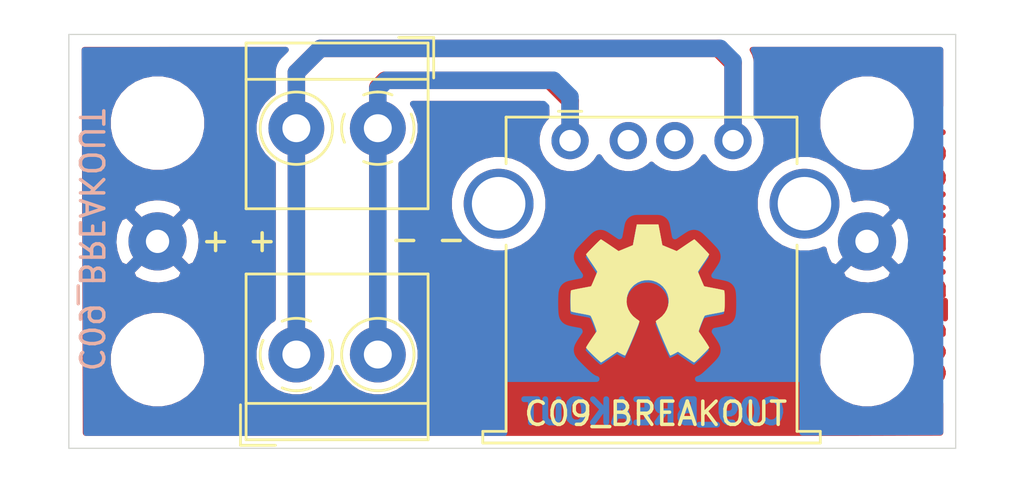
<source format=kicad_pcb>
(kicad_pcb (version 20171130) (host pcbnew 5.1.5-52549c5~86~ubuntu18.04.1)

  (general
    (thickness 1.6)
    (drawings 10)
    (tracks 27)
    (zones 0)
    (modules 11)
    (nets 7)
  )

  (page A4)
  (title_block
    (title "C09 BREAKOUT")
    (company Galopago)
  )

  (layers
    (0 F.Cu signal)
    (31 B.Cu signal)
    (32 B.Adhes user)
    (33 F.Adhes user)
    (34 B.Paste user)
    (35 F.Paste user)
    (36 B.SilkS user)
    (37 F.SilkS user)
    (38 B.Mask user)
    (39 F.Mask user)
    (40 Dwgs.User user)
    (41 Cmts.User user)
    (42 Eco1.User user)
    (43 Eco2.User user)
    (44 Edge.Cuts user)
    (45 Margin user)
    (46 B.CrtYd user)
    (47 F.CrtYd user)
    (48 B.Fab user)
    (49 F.Fab user)
  )

  (setup
    (last_trace_width 0.75)
    (trace_clearance 0.2)
    (zone_clearance 0.508)
    (zone_45_only no)
    (trace_min 0.2)
    (via_size 0.8)
    (via_drill 0.4)
    (via_min_size 0.4)
    (via_min_drill 0.3)
    (uvia_size 0.3)
    (uvia_drill 0.1)
    (uvias_allowed no)
    (uvia_min_size 0.2)
    (uvia_min_drill 0.1)
    (edge_width 0.05)
    (segment_width 0.2)
    (pcb_text_width 0.3)
    (pcb_text_size 1.5 1.5)
    (mod_edge_width 0.12)
    (mod_text_size 1 1)
    (mod_text_width 0.15)
    (pad_size 1.6 1.6)
    (pad_drill 0.92)
    (pad_to_mask_clearance 0.051)
    (solder_mask_min_width 0.25)
    (aux_axis_origin 0 0)
    (visible_elements FFFFFF7F)
    (pcbplotparams
      (layerselection 0x010f0_ffffffff)
      (usegerberextensions false)
      (usegerberattributes false)
      (usegerberadvancedattributes false)
      (creategerberjobfile false)
      (excludeedgelayer true)
      (linewidth 0.100000)
      (plotframeref false)
      (viasonmask false)
      (mode 1)
      (useauxorigin false)
      (hpglpennumber 1)
      (hpglpenspeed 20)
      (hpglpendiameter 15.000000)
      (psnegative false)
      (psa4output false)
      (plotreference true)
      (plotvalue true)
      (plotinvisibletext false)
      (padsonsilk false)
      (subtractmaskfromsilk false)
      (outputformat 1)
      (mirror false)
      (drillshape 0)
      (scaleselection 1)
      (outputdirectory "gerber/single/"))
  )

  (net 0 "")
  (net 1 "Net-(J0-Pad1)")
  (net 2 "Net-(J4-Pad4)")
  (net 3 "Net-(J4-Pad3)")
  (net 4 "Net-(J4-Pad2)")
  (net 5 "Net-(J4-Pad1)")
  (net 6 "Net-(J4-Pad5)")

  (net_class Default "This is the default net class."
    (clearance 0.2)
    (trace_width 0.75)
    (via_dia 0.8)
    (via_drill 0.4)
    (uvia_dia 0.3)
    (uvia_drill 0.1)
    (add_net "Net-(J0-Pad1)")
    (add_net "Net-(J4-Pad1)")
    (add_net "Net-(J4-Pad2)")
    (add_net "Net-(J4-Pad3)")
    (add_net "Net-(J4-Pad4)")
    (add_net "Net-(J4-Pad5)")
  )

  (module Symbol:OSHW-Symbol_6.7x6mm_SilkScreen (layer F.Cu) (tedit 0) (tstamp 5F6DA9EE)
    (at 44.8564 31.1404)
    (descr "Open Source Hardware Symbol")
    (tags "Logo Symbol OSHW")
    (attr virtual)
    (fp_text reference REF** (at 0 0) (layer F.SilkS) hide
      (effects (font (size 1 1) (thickness 0.15)))
    )
    (fp_text value OSHW-Symbol_6.7x6mm_SilkScreen (at 0.75 0) (layer F.Fab) hide
      (effects (font (size 1 1) (thickness 0.15)))
    )
    (fp_poly (pts (xy 0.555814 -2.531069) (xy 0.639635 -2.086445) (xy 0.94892 -1.958947) (xy 1.258206 -1.831449)
      (xy 1.629246 -2.083754) (xy 1.733157 -2.154004) (xy 1.827087 -2.216728) (xy 1.906652 -2.269062)
      (xy 1.96747 -2.308143) (xy 2.005157 -2.331107) (xy 2.015421 -2.336058) (xy 2.03391 -2.323324)
      (xy 2.07342 -2.288118) (xy 2.129522 -2.234938) (xy 2.197787 -2.168282) (xy 2.273786 -2.092646)
      (xy 2.353092 -2.012528) (xy 2.431275 -1.932426) (xy 2.503907 -1.856836) (xy 2.566559 -1.790255)
      (xy 2.614803 -1.737182) (xy 2.64421 -1.702113) (xy 2.651241 -1.690377) (xy 2.641123 -1.66874)
      (xy 2.612759 -1.621338) (xy 2.569129 -1.552807) (xy 2.513218 -1.467785) (xy 2.448006 -1.370907)
      (xy 2.410219 -1.31565) (xy 2.341343 -1.214752) (xy 2.28014 -1.123701) (xy 2.229578 -1.04703)
      (xy 2.192628 -0.989272) (xy 2.172258 -0.954957) (xy 2.169197 -0.947746) (xy 2.176136 -0.927252)
      (xy 2.195051 -0.879487) (xy 2.223087 -0.811168) (xy 2.257391 -0.729011) (xy 2.295109 -0.63973)
      (xy 2.333387 -0.550042) (xy 2.36937 -0.466662) (xy 2.400206 -0.396306) (xy 2.423039 -0.34569)
      (xy 2.435017 -0.321529) (xy 2.435724 -0.320578) (xy 2.454531 -0.315964) (xy 2.504618 -0.305672)
      (xy 2.580793 -0.290713) (xy 2.677865 -0.272099) (xy 2.790643 -0.250841) (xy 2.856442 -0.238582)
      (xy 2.97695 -0.215638) (xy 3.085797 -0.193805) (xy 3.177476 -0.174278) (xy 3.246481 -0.158252)
      (xy 3.287304 -0.146921) (xy 3.295511 -0.143326) (xy 3.303548 -0.118994) (xy 3.310033 -0.064041)
      (xy 3.31497 0.015108) (xy 3.318364 0.112026) (xy 3.320218 0.220287) (xy 3.320538 0.333465)
      (xy 3.319327 0.445135) (xy 3.31659 0.548868) (xy 3.312331 0.638241) (xy 3.306555 0.706826)
      (xy 3.299267 0.748197) (xy 3.294895 0.75681) (xy 3.268764 0.767133) (xy 3.213393 0.781892)
      (xy 3.136107 0.799352) (xy 3.04423 0.81778) (xy 3.012158 0.823741) (xy 2.857524 0.852066)
      (xy 2.735375 0.874876) (xy 2.641673 0.89308) (xy 2.572384 0.907583) (xy 2.523471 0.919292)
      (xy 2.490897 0.929115) (xy 2.470628 0.937956) (xy 2.458626 0.946724) (xy 2.456947 0.948457)
      (xy 2.440184 0.976371) (xy 2.414614 1.030695) (xy 2.382788 1.104777) (xy 2.34726 1.191965)
      (xy 2.310583 1.285608) (xy 2.275311 1.379052) (xy 2.243996 1.465647) (xy 2.219193 1.53874)
      (xy 2.203454 1.591678) (xy 2.199332 1.617811) (xy 2.199676 1.618726) (xy 2.213641 1.640086)
      (xy 2.245322 1.687084) (xy 2.291391 1.754827) (xy 2.348518 1.838423) (xy 2.413373 1.932982)
      (xy 2.431843 1.959854) (xy 2.497699 2.057275) (xy 2.55565 2.146163) (xy 2.602538 2.221412)
      (xy 2.635207 2.27792) (xy 2.6505 2.310581) (xy 2.651241 2.314593) (xy 2.638392 2.335684)
      (xy 2.602888 2.377464) (xy 2.549293 2.435445) (xy 2.482171 2.505135) (xy 2.406087 2.582045)
      (xy 2.325604 2.661683) (xy 2.245287 2.739561) (xy 2.169699 2.811186) (xy 2.103405 2.87207)
      (xy 2.050969 2.917721) (xy 2.016955 2.94365) (xy 2.007545 2.947883) (xy 1.985643 2.937912)
      (xy 1.9408 2.91102) (xy 1.880321 2.871736) (xy 1.833789 2.840117) (xy 1.749475 2.782098)
      (xy 1.649626 2.713784) (xy 1.549473 2.645579) (xy 1.495627 2.609075) (xy 1.313371 2.4858)
      (xy 1.160381 2.56852) (xy 1.090682 2.604759) (xy 1.031414 2.632926) (xy 0.991311 2.648991)
      (xy 0.981103 2.651226) (xy 0.968829 2.634722) (xy 0.944613 2.588082) (xy 0.910263 2.515609)
      (xy 0.867588 2.421606) (xy 0.818394 2.310374) (xy 0.76449 2.186215) (xy 0.707684 2.053432)
      (xy 0.649782 1.916327) (xy 0.592593 1.779202) (xy 0.537924 1.646358) (xy 0.487584 1.522098)
      (xy 0.44338 1.410725) (xy 0.407119 1.316539) (xy 0.380609 1.243844) (xy 0.365658 1.196941)
      (xy 0.363254 1.180833) (xy 0.382311 1.160286) (xy 0.424036 1.126933) (xy 0.479706 1.087702)
      (xy 0.484378 1.084599) (xy 0.628264 0.969423) (xy 0.744283 0.835053) (xy 0.83143 0.685784)
      (xy 0.888699 0.525913) (xy 0.915086 0.359737) (xy 0.909585 0.191552) (xy 0.87119 0.025655)
      (xy 0.798895 -0.133658) (xy 0.777626 -0.168513) (xy 0.666996 -0.309263) (xy 0.536302 -0.422286)
      (xy 0.390064 -0.506997) (xy 0.232808 -0.562806) (xy 0.069057 -0.589126) (xy -0.096667 -0.58537)
      (xy -0.259838 -0.55095) (xy -0.415935 -0.485277) (xy -0.560433 -0.387765) (xy -0.605131 -0.348187)
      (xy -0.718888 -0.224297) (xy -0.801782 -0.093876) (xy -0.858644 0.052315) (xy -0.890313 0.197088)
      (xy -0.898131 0.35986) (xy -0.872062 0.52344) (xy -0.814755 0.682298) (xy -0.728856 0.830906)
      (xy -0.617014 0.963735) (xy -0.481877 1.075256) (xy -0.464117 1.087011) (xy -0.40785 1.125508)
      (xy -0.365077 1.158863) (xy -0.344628 1.18016) (xy -0.344331 1.180833) (xy -0.348721 1.203871)
      (xy -0.366124 1.256157) (xy -0.394732 1.33339) (xy -0.432735 1.431268) (xy -0.478326 1.545491)
      (xy -0.529697 1.671758) (xy -0.585038 1.805767) (xy -0.642542 1.943218) (xy -0.700399 2.079808)
      (xy -0.756802 2.211237) (xy -0.809942 2.333205) (xy -0.85801 2.441409) (xy -0.899199 2.531549)
      (xy -0.931699 2.599323) (xy -0.953703 2.64043) (xy -0.962564 2.651226) (xy -0.98964 2.642819)
      (xy -1.040303 2.620272) (xy -1.105817 2.587613) (xy -1.141841 2.56852) (xy -1.294832 2.4858)
      (xy -1.477088 2.609075) (xy -1.570125 2.672228) (xy -1.671985 2.741727) (xy -1.767438 2.807165)
      (xy -1.81525 2.840117) (xy -1.882495 2.885273) (xy -1.939436 2.921057) (xy -1.978646 2.942938)
      (xy -1.991381 2.947563) (xy -2.009917 2.935085) (xy -2.050941 2.900252) (xy -2.110475 2.846678)
      (xy -2.184542 2.777983) (xy -2.269165 2.697781) (xy -2.322685 2.646286) (xy -2.416319 2.554286)
      (xy -2.497241 2.471999) (xy -2.562177 2.402945) (xy -2.607858 2.350644) (xy -2.631011 2.318616)
      (xy -2.633232 2.312116) (xy -2.622924 2.287394) (xy -2.594439 2.237405) (xy -2.550937 2.167212)
      (xy -2.495577 2.081875) (xy -2.43152 1.986456) (xy -2.413303 1.959854) (xy -2.346927 1.863167)
      (xy -2.287378 1.776117) (xy -2.237984 1.703595) (xy -2.202075 1.650493) (xy -2.182981 1.621703)
      (xy -2.181136 1.618726) (xy -2.183895 1.595782) (xy -2.198538 1.545336) (xy -2.222513 1.474041)
      (xy -2.253266 1.388547) (xy -2.288244 1.295507) (xy -2.324893 1.201574) (xy -2.360661 1.113399)
      (xy -2.392994 1.037634) (xy -2.419338 0.980931) (xy -2.437142 0.949943) (xy -2.438407 0.948457)
      (xy -2.449294 0.939601) (xy -2.467682 0.930843) (xy -2.497606 0.921277) (xy -2.543103 0.909996)
      (xy -2.608209 0.896093) (xy -2.696961 0.878663) (xy -2.813393 0.856798) (xy -2.961542 0.829591)
      (xy -2.993618 0.823741) (xy -3.088686 0.805374) (xy -3.171565 0.787405) (xy -3.23493 0.771569)
      (xy -3.271458 0.7596) (xy -3.276356 0.75681) (xy -3.284427 0.732072) (xy -3.290987 0.67679)
      (xy -3.296033 0.597389) (xy -3.299559 0.500296) (xy -3.301561 0.391938) (xy -3.302036 0.27874)
      (xy -3.300977 0.167128) (xy -3.298382 0.063529) (xy -3.294246 -0.025632) (xy -3.288563 -0.093928)
      (xy -3.281331 -0.134934) (xy -3.276971 -0.143326) (xy -3.252698 -0.151792) (xy -3.197426 -0.165565)
      (xy -3.116662 -0.18345) (xy -3.015912 -0.204252) (xy -2.900683 -0.226777) (xy -2.837902 -0.238582)
      (xy -2.718787 -0.260849) (xy -2.612565 -0.281021) (xy -2.524427 -0.298085) (xy -2.459566 -0.311031)
      (xy -2.423174 -0.318845) (xy -2.417184 -0.320578) (xy -2.407061 -0.34011) (xy -2.385662 -0.387157)
      (xy -2.355839 -0.454997) (xy -2.320445 -0.536909) (xy -2.282332 -0.626172) (xy -2.244353 -0.716065)
      (xy -2.20936 -0.799865) (xy -2.180206 -0.870853) (xy -2.159743 -0.922306) (xy -2.150823 -0.947503)
      (xy -2.150657 -0.948604) (xy -2.160769 -0.968481) (xy -2.189117 -1.014223) (xy -2.232723 -1.081283)
      (xy -2.288606 -1.165116) (xy -2.353787 -1.261174) (xy -2.391679 -1.31635) (xy -2.460725 -1.417519)
      (xy -2.52205 -1.50937) (xy -2.572663 -1.587256) (xy -2.609571 -1.646531) (xy -2.629782 -1.682549)
      (xy -2.632701 -1.690623) (xy -2.620153 -1.709416) (xy -2.585463 -1.749543) (xy -2.533063 -1.806507)
      (xy -2.467384 -1.875815) (xy -2.392856 -1.952969) (xy -2.313913 -2.033475) (xy -2.234983 -2.112837)
      (xy -2.1605 -2.18656) (xy -2.094894 -2.250148) (xy -2.042596 -2.299106) (xy -2.008039 -2.328939)
      (xy -1.996478 -2.336058) (xy -1.977654 -2.326047) (xy -1.932631 -2.297922) (xy -1.865787 -2.254546)
      (xy -1.781499 -2.198782) (xy -1.684144 -2.133494) (xy -1.610707 -2.083754) (xy -1.239667 -1.831449)
      (xy -0.621095 -2.086445) (xy -0.537275 -2.531069) (xy -0.453454 -2.975693) (xy 0.471994 -2.975693)
      (xy 0.555814 -2.531069)) (layer F.SilkS) (width 0.01))
  )

  (module Symbol:OSHW-Symbol_6.7x6mm_Copper (layer B.Cu) (tedit 0) (tstamp 5F6DA8CE)
    (at 44.8564 31.242 180)
    (descr "Open Source Hardware Symbol")
    (tags "Logo Symbol OSHW")
    (attr virtual)
    (fp_text reference REF** (at 0 0) (layer B.SilkS) hide
      (effects (font (size 1 1) (thickness 0.15)) (justify mirror))
    )
    (fp_text value OSHW-Symbol_6.7x6mm_Copper (at 0.75 0) (layer B.Fab) hide
      (effects (font (size 1 1) (thickness 0.15)) (justify mirror))
    )
    (fp_poly (pts (xy 0.555814 2.531069) (xy 0.639635 2.086445) (xy 0.94892 1.958947) (xy 1.258206 1.831449)
      (xy 1.629246 2.083754) (xy 1.733157 2.154004) (xy 1.827087 2.216728) (xy 1.906652 2.269062)
      (xy 1.96747 2.308143) (xy 2.005157 2.331107) (xy 2.015421 2.336058) (xy 2.03391 2.323324)
      (xy 2.07342 2.288118) (xy 2.129522 2.234938) (xy 2.197787 2.168282) (xy 2.273786 2.092646)
      (xy 2.353092 2.012528) (xy 2.431275 1.932426) (xy 2.503907 1.856836) (xy 2.566559 1.790255)
      (xy 2.614803 1.737182) (xy 2.64421 1.702113) (xy 2.651241 1.690377) (xy 2.641123 1.66874)
      (xy 2.612759 1.621338) (xy 2.569129 1.552807) (xy 2.513218 1.467785) (xy 2.448006 1.370907)
      (xy 2.410219 1.31565) (xy 2.341343 1.214752) (xy 2.28014 1.123701) (xy 2.229578 1.04703)
      (xy 2.192628 0.989272) (xy 2.172258 0.954957) (xy 2.169197 0.947746) (xy 2.176136 0.927252)
      (xy 2.195051 0.879487) (xy 2.223087 0.811168) (xy 2.257391 0.729011) (xy 2.295109 0.63973)
      (xy 2.333387 0.550042) (xy 2.36937 0.466662) (xy 2.400206 0.396306) (xy 2.423039 0.34569)
      (xy 2.435017 0.321529) (xy 2.435724 0.320578) (xy 2.454531 0.315964) (xy 2.504618 0.305672)
      (xy 2.580793 0.290713) (xy 2.677865 0.272099) (xy 2.790643 0.250841) (xy 2.856442 0.238582)
      (xy 2.97695 0.215638) (xy 3.085797 0.193805) (xy 3.177476 0.174278) (xy 3.246481 0.158252)
      (xy 3.287304 0.146921) (xy 3.295511 0.143326) (xy 3.303548 0.118994) (xy 3.310033 0.064041)
      (xy 3.31497 -0.015108) (xy 3.318364 -0.112026) (xy 3.320218 -0.220287) (xy 3.320538 -0.333465)
      (xy 3.319327 -0.445135) (xy 3.31659 -0.548868) (xy 3.312331 -0.638241) (xy 3.306555 -0.706826)
      (xy 3.299267 -0.748197) (xy 3.294895 -0.75681) (xy 3.268764 -0.767133) (xy 3.213393 -0.781892)
      (xy 3.136107 -0.799352) (xy 3.04423 -0.81778) (xy 3.012158 -0.823741) (xy 2.857524 -0.852066)
      (xy 2.735375 -0.874876) (xy 2.641673 -0.89308) (xy 2.572384 -0.907583) (xy 2.523471 -0.919292)
      (xy 2.490897 -0.929115) (xy 2.470628 -0.937956) (xy 2.458626 -0.946724) (xy 2.456947 -0.948457)
      (xy 2.440184 -0.976371) (xy 2.414614 -1.030695) (xy 2.382788 -1.104777) (xy 2.34726 -1.191965)
      (xy 2.310583 -1.285608) (xy 2.275311 -1.379052) (xy 2.243996 -1.465647) (xy 2.219193 -1.53874)
      (xy 2.203454 -1.591678) (xy 2.199332 -1.617811) (xy 2.199676 -1.618726) (xy 2.213641 -1.640086)
      (xy 2.245322 -1.687084) (xy 2.291391 -1.754827) (xy 2.348518 -1.838423) (xy 2.413373 -1.932982)
      (xy 2.431843 -1.959854) (xy 2.497699 -2.057275) (xy 2.55565 -2.146163) (xy 2.602538 -2.221412)
      (xy 2.635207 -2.27792) (xy 2.6505 -2.310581) (xy 2.651241 -2.314593) (xy 2.638392 -2.335684)
      (xy 2.602888 -2.377464) (xy 2.549293 -2.435445) (xy 2.482171 -2.505135) (xy 2.406087 -2.582045)
      (xy 2.325604 -2.661683) (xy 2.245287 -2.739561) (xy 2.169699 -2.811186) (xy 2.103405 -2.87207)
      (xy 2.050969 -2.917721) (xy 2.016955 -2.94365) (xy 2.007545 -2.947883) (xy 1.985643 -2.937912)
      (xy 1.9408 -2.91102) (xy 1.880321 -2.871736) (xy 1.833789 -2.840117) (xy 1.749475 -2.782098)
      (xy 1.649626 -2.713784) (xy 1.549473 -2.645579) (xy 1.495627 -2.609075) (xy 1.313371 -2.4858)
      (xy 1.160381 -2.56852) (xy 1.090682 -2.604759) (xy 1.031414 -2.632926) (xy 0.991311 -2.648991)
      (xy 0.981103 -2.651226) (xy 0.968829 -2.634722) (xy 0.944613 -2.588082) (xy 0.910263 -2.515609)
      (xy 0.867588 -2.421606) (xy 0.818394 -2.310374) (xy 0.76449 -2.186215) (xy 0.707684 -2.053432)
      (xy 0.649782 -1.916327) (xy 0.592593 -1.779202) (xy 0.537924 -1.646358) (xy 0.487584 -1.522098)
      (xy 0.44338 -1.410725) (xy 0.407119 -1.316539) (xy 0.380609 -1.243844) (xy 0.365658 -1.196941)
      (xy 0.363254 -1.180833) (xy 0.382311 -1.160286) (xy 0.424036 -1.126933) (xy 0.479706 -1.087702)
      (xy 0.484378 -1.084599) (xy 0.628264 -0.969423) (xy 0.744283 -0.835053) (xy 0.83143 -0.685784)
      (xy 0.888699 -0.525913) (xy 0.915086 -0.359737) (xy 0.909585 -0.191552) (xy 0.87119 -0.025655)
      (xy 0.798895 0.133658) (xy 0.777626 0.168513) (xy 0.666996 0.309263) (xy 0.536302 0.422286)
      (xy 0.390064 0.506997) (xy 0.232808 0.562806) (xy 0.069057 0.589126) (xy -0.096667 0.58537)
      (xy -0.259838 0.55095) (xy -0.415935 0.485277) (xy -0.560433 0.387765) (xy -0.605131 0.348187)
      (xy -0.718888 0.224297) (xy -0.801782 0.093876) (xy -0.858644 -0.052315) (xy -0.890313 -0.197088)
      (xy -0.898131 -0.35986) (xy -0.872062 -0.52344) (xy -0.814755 -0.682298) (xy -0.728856 -0.830906)
      (xy -0.617014 -0.963735) (xy -0.481877 -1.075256) (xy -0.464117 -1.087011) (xy -0.40785 -1.125508)
      (xy -0.365077 -1.158863) (xy -0.344628 -1.18016) (xy -0.344331 -1.180833) (xy -0.348721 -1.203871)
      (xy -0.366124 -1.256157) (xy -0.394732 -1.33339) (xy -0.432735 -1.431268) (xy -0.478326 -1.545491)
      (xy -0.529697 -1.671758) (xy -0.585038 -1.805767) (xy -0.642542 -1.943218) (xy -0.700399 -2.079808)
      (xy -0.756802 -2.211237) (xy -0.809942 -2.333205) (xy -0.85801 -2.441409) (xy -0.899199 -2.531549)
      (xy -0.931699 -2.599323) (xy -0.953703 -2.64043) (xy -0.962564 -2.651226) (xy -0.98964 -2.642819)
      (xy -1.040303 -2.620272) (xy -1.105817 -2.587613) (xy -1.141841 -2.56852) (xy -1.294832 -2.4858)
      (xy -1.477088 -2.609075) (xy -1.570125 -2.672228) (xy -1.671985 -2.741727) (xy -1.767438 -2.807165)
      (xy -1.81525 -2.840117) (xy -1.882495 -2.885273) (xy -1.939436 -2.921057) (xy -1.978646 -2.942938)
      (xy -1.991381 -2.947563) (xy -2.009917 -2.935085) (xy -2.050941 -2.900252) (xy -2.110475 -2.846678)
      (xy -2.184542 -2.777983) (xy -2.269165 -2.697781) (xy -2.322685 -2.646286) (xy -2.416319 -2.554286)
      (xy -2.497241 -2.471999) (xy -2.562177 -2.402945) (xy -2.607858 -2.350644) (xy -2.631011 -2.318616)
      (xy -2.633232 -2.312116) (xy -2.622924 -2.287394) (xy -2.594439 -2.237405) (xy -2.550937 -2.167212)
      (xy -2.495577 -2.081875) (xy -2.43152 -1.986456) (xy -2.413303 -1.959854) (xy -2.346927 -1.863167)
      (xy -2.287378 -1.776117) (xy -2.237984 -1.703595) (xy -2.202075 -1.650493) (xy -2.182981 -1.621703)
      (xy -2.181136 -1.618726) (xy -2.183895 -1.595782) (xy -2.198538 -1.545336) (xy -2.222513 -1.474041)
      (xy -2.253266 -1.388547) (xy -2.288244 -1.295507) (xy -2.324893 -1.201574) (xy -2.360661 -1.113399)
      (xy -2.392994 -1.037634) (xy -2.419338 -0.980931) (xy -2.437142 -0.949943) (xy -2.438407 -0.948457)
      (xy -2.449294 -0.939601) (xy -2.467682 -0.930843) (xy -2.497606 -0.921277) (xy -2.543103 -0.909996)
      (xy -2.608209 -0.896093) (xy -2.696961 -0.878663) (xy -2.813393 -0.856798) (xy -2.961542 -0.829591)
      (xy -2.993618 -0.823741) (xy -3.088686 -0.805374) (xy -3.171565 -0.787405) (xy -3.23493 -0.771569)
      (xy -3.271458 -0.7596) (xy -3.276356 -0.75681) (xy -3.284427 -0.732072) (xy -3.290987 -0.67679)
      (xy -3.296033 -0.597389) (xy -3.299559 -0.500296) (xy -3.301561 -0.391938) (xy -3.302036 -0.27874)
      (xy -3.300977 -0.167128) (xy -3.298382 -0.063529) (xy -3.294246 0.025632) (xy -3.288563 0.093928)
      (xy -3.281331 0.134934) (xy -3.276971 0.143326) (xy -3.252698 0.151792) (xy -3.197426 0.165565)
      (xy -3.116662 0.18345) (xy -3.015912 0.204252) (xy -2.900683 0.226777) (xy -2.837902 0.238582)
      (xy -2.718787 0.260849) (xy -2.612565 0.281021) (xy -2.524427 0.298085) (xy -2.459566 0.311031)
      (xy -2.423174 0.318845) (xy -2.417184 0.320578) (xy -2.407061 0.34011) (xy -2.385662 0.387157)
      (xy -2.355839 0.454997) (xy -2.320445 0.536909) (xy -2.282332 0.626172) (xy -2.244353 0.716065)
      (xy -2.20936 0.799865) (xy -2.180206 0.870853) (xy -2.159743 0.922306) (xy -2.150823 0.947503)
      (xy -2.150657 0.948604) (xy -2.160769 0.968481) (xy -2.189117 1.014223) (xy -2.232723 1.081283)
      (xy -2.288606 1.165116) (xy -2.353787 1.261174) (xy -2.391679 1.31635) (xy -2.460725 1.417519)
      (xy -2.52205 1.50937) (xy -2.572663 1.587256) (xy -2.609571 1.646531) (xy -2.629782 1.682549)
      (xy -2.632701 1.690623) (xy -2.620153 1.709416) (xy -2.585463 1.749543) (xy -2.533063 1.806507)
      (xy -2.467384 1.875815) (xy -2.392856 1.952969) (xy -2.313913 2.033475) (xy -2.234983 2.112837)
      (xy -2.1605 2.18656) (xy -2.094894 2.250148) (xy -2.042596 2.299106) (xy -2.008039 2.328939)
      (xy -1.996478 2.336058) (xy -1.977654 2.326047) (xy -1.932631 2.297922) (xy -1.865787 2.254546)
      (xy -1.781499 2.198782) (xy -1.684144 2.133494) (xy -1.610707 2.083754) (xy -1.239667 1.831449)
      (xy -0.621095 2.086445) (xy -0.537275 2.531069) (xy -0.453454 2.975693) (xy 0.471994 2.975693)
      (xy 0.555814 2.531069)) (layer B.Cu) (width 0.01))
  )

  (module TerminalBlock_4Ucon:TerminalBlock_4Ucon_1x02_P3.50mm_Horizontal (layer F.Cu) (tedit 5F6D04A1) (tstamp 5F6D8C70)
    (at 29.774 33.7516)
    (descr "Terminal Block 4Ucon ItemNo. 19963, 2 pins, pitch 3.5mm, size 7.7x7mm^2, drill diamater 1.2mm, pad diameter 2.4mm, see http://www.4uconnector.com/online/object/4udrawing/19963.pdf, script-generated using https://github.com/pointhi/kicad-footprint-generator/scripts/TerminalBlock_4Ucon")
    (tags "THT Terminal Block 4Ucon ItemNo. 19963 pitch 3.5mm size 7.7x7mm^2 drill 1.2mm pad 2.4mm")
    (path /5F735ED5)
    (fp_text reference J6 (at 1.75 -4.46) (layer F.SilkS) hide
      (effects (font (size 1 1) (thickness 0.15)))
    )
    (fp_text value Conn_01x02_Female (at 1.75 4.66) (layer F.Fab)
      (effects (font (size 1 1) (thickness 0.15)))
    )
    (fp_text user %R (at 1.75 2.9) (layer F.Fab)
      (effects (font (size 1 1) (thickness 0.15)))
    )
    (fp_line (start 6.1 -3.9) (end -2.6 -3.9) (layer F.CrtYd) (width 0.05))
    (fp_line (start 6.1 4.1) (end 6.1 -3.9) (layer F.CrtYd) (width 0.05))
    (fp_line (start -2.6 4.1) (end 6.1 4.1) (layer F.CrtYd) (width 0.05))
    (fp_line (start -2.6 -3.9) (end -2.6 4.1) (layer F.CrtYd) (width 0.05))
    (fp_line (start -2.4 3.9) (end -0.9 3.9) (layer F.SilkS) (width 0.12))
    (fp_line (start -2.4 2.16) (end -2.4 3.9) (layer F.SilkS) (width 0.12))
    (fp_line (start 2.4 0.069) (end 2.4 -0.069) (layer F.Fab) (width 0.1))
    (fp_line (start 3.431 0.069) (end 2.4 0.069) (layer F.Fab) (width 0.1))
    (fp_line (start 3.431 1.1) (end 3.431 0.069) (layer F.Fab) (width 0.1))
    (fp_line (start 3.569 1.1) (end 3.431 1.1) (layer F.Fab) (width 0.1))
    (fp_line (start 3.569 0.069) (end 3.569 1.1) (layer F.Fab) (width 0.1))
    (fp_line (start 4.6 0.069) (end 3.569 0.069) (layer F.Fab) (width 0.1))
    (fp_line (start 4.6 -0.069) (end 4.6 0.069) (layer F.Fab) (width 0.1))
    (fp_line (start 3.569 -0.069) (end 4.6 -0.069) (layer F.Fab) (width 0.1))
    (fp_line (start 3.569 -1.1) (end 3.569 -0.069) (layer F.Fab) (width 0.1))
    (fp_line (start 3.431 -1.1) (end 3.569 -1.1) (layer F.Fab) (width 0.1))
    (fp_line (start 3.431 -0.069) (end 3.431 -1.1) (layer F.Fab) (width 0.1))
    (fp_line (start 2.4 -0.069) (end 3.431 -0.069) (layer F.Fab) (width 0.1))
    (fp_line (start -1.1 0.069) (end -1.1 -0.069) (layer F.Fab) (width 0.1))
    (fp_line (start -0.069 0.069) (end -1.1 0.069) (layer F.Fab) (width 0.1))
    (fp_line (start -0.069 1.1) (end -0.069 0.069) (layer F.Fab) (width 0.1))
    (fp_line (start 0.069 1.1) (end -0.069 1.1) (layer F.Fab) (width 0.1))
    (fp_line (start 0.069 0.069) (end 0.069 1.1) (layer F.Fab) (width 0.1))
    (fp_line (start 1.1 0.069) (end 0.069 0.069) (layer F.Fab) (width 0.1))
    (fp_line (start 1.1 -0.069) (end 1.1 0.069) (layer F.Fab) (width 0.1))
    (fp_line (start 0.069 -0.069) (end 1.1 -0.069) (layer F.Fab) (width 0.1))
    (fp_line (start 0.069 -1.1) (end 0.069 -0.069) (layer F.Fab) (width 0.1))
    (fp_line (start -0.069 -1.1) (end 0.069 -1.1) (layer F.Fab) (width 0.1))
    (fp_line (start -0.069 -0.069) (end -0.069 -1.1) (layer F.Fab) (width 0.1))
    (fp_line (start -1.1 -0.069) (end -0.069 -0.069) (layer F.Fab) (width 0.1))
    (fp_line (start 5.66 -3.46) (end 5.66 3.66) (layer F.SilkS) (width 0.12))
    (fp_line (start -2.16 -3.46) (end -2.16 3.66) (layer F.SilkS) (width 0.12))
    (fp_line (start -2.16 3.66) (end 5.66 3.66) (layer F.SilkS) (width 0.12))
    (fp_line (start -2.16 -3.46) (end 5.66 -3.46) (layer F.SilkS) (width 0.12))
    (fp_line (start -2.16 2.1) (end 5.66 2.1) (layer F.SilkS) (width 0.12))
    (fp_line (start -2.1 2.1) (end 5.6 2.1) (layer F.Fab) (width 0.1))
    (fp_line (start -2.1 2.1) (end -2.1 -3.4) (layer F.Fab) (width 0.1))
    (fp_line (start -0.6 3.6) (end -2.1 2.1) (layer F.Fab) (width 0.1))
    (fp_line (start 5.6 3.6) (end -0.6 3.6) (layer F.Fab) (width 0.1))
    (fp_line (start 5.6 -3.4) (end 5.6 3.6) (layer F.Fab) (width 0.1))
    (fp_line (start -2.1 -3.4) (end 5.6 -3.4) (layer F.Fab) (width 0.1))
    (fp_circle (center 3.5 0) (end 5.055 0) (layer F.SilkS) (width 0.12))
    (fp_circle (center 3.5 0) (end 4.875 0) (layer F.Fab) (width 0.1))
    (fp_circle (center 0 0) (end 1.375 0) (layer F.Fab) (width 0.1))
    (fp_arc (start 0 0) (end -0.608 1.432) (angle -24) (layer F.SilkS) (width 0.12))
    (fp_arc (start 0 0) (end -1.432 -0.608) (angle -46) (layer F.SilkS) (width 0.12))
    (fp_arc (start 0 0) (end 0.608 -1.432) (angle -46) (layer F.SilkS) (width 0.12))
    (fp_arc (start 0 0) (end 1.432 0.608) (angle -46) (layer F.SilkS) (width 0.12))
    (fp_arc (start 0 0) (end 0 1.555) (angle -23) (layer F.SilkS) (width 0.12))
    (pad 2 thru_hole circle (at 3.5 0) (size 2.4 2.4) (drill 1.2) (layers *.Cu *.Mask)
      (net 5 "Net-(J4-Pad1)"))
    (pad 1 thru_hole circle (at 0 0) (size 2.4 2.4) (drill 1.2) (layers *.Cu *.Mask)
      (net 2 "Net-(J4-Pad4)"))
    (model ${KISYS3DMOD}/TerminalBlock_4Ucon.3dshapes/TerminalBlock_4Ucon_1x02_P3.50mm_Horizontal.wrl
      (at (xyz 0 0 0))
      (scale (xyz 1 1 1))
      (rotate (xyz 0 0 0))
    )
  )

  (module TerminalBlock_4Ucon:TerminalBlock_4Ucon_1x02_P3.50mm_Horizontal (layer F.Cu) (tedit 5F6D049A) (tstamp 5F6D8C38)
    (at 33.274 24.0284 180)
    (descr "Terminal Block 4Ucon ItemNo. 19963, 2 pins, pitch 3.5mm, size 7.7x7mm^2, drill diamater 1.2mm, pad diameter 2.4mm, see http://www.4uconnector.com/online/object/4udrawing/19963.pdf, script-generated using https://github.com/pointhi/kicad-footprint-generator/scripts/TerminalBlock_4Ucon")
    (tags "THT Terminal Block 4Ucon ItemNo. 19963 pitch 3.5mm size 7.7x7mm^2 drill 1.2mm pad 2.4mm")
    (path /5F73576E)
    (fp_text reference J5 (at 1.75 -4.46) (layer F.SilkS) hide
      (effects (font (size 1 1) (thickness 0.15)))
    )
    (fp_text value Conn_01x02_Female (at 1.75 4.66) (layer F.Fab)
      (effects (font (size 1 1) (thickness 0.15)))
    )
    (fp_text user %R (at 1.75 2.9) (layer F.Fab)
      (effects (font (size 1 1) (thickness 0.15)))
    )
    (fp_line (start 6.1 -3.9) (end -2.6 -3.9) (layer F.CrtYd) (width 0.05))
    (fp_line (start 6.1 4.1) (end 6.1 -3.9) (layer F.CrtYd) (width 0.05))
    (fp_line (start -2.6 4.1) (end 6.1 4.1) (layer F.CrtYd) (width 0.05))
    (fp_line (start -2.6 -3.9) (end -2.6 4.1) (layer F.CrtYd) (width 0.05))
    (fp_line (start -2.4 3.9) (end -0.9 3.9) (layer F.SilkS) (width 0.12))
    (fp_line (start -2.4 2.16) (end -2.4 3.9) (layer F.SilkS) (width 0.12))
    (fp_line (start 2.4 0.069) (end 2.4 -0.069) (layer F.Fab) (width 0.1))
    (fp_line (start 3.431 0.069) (end 2.4 0.069) (layer F.Fab) (width 0.1))
    (fp_line (start 3.431 1.1) (end 3.431 0.069) (layer F.Fab) (width 0.1))
    (fp_line (start 3.569 1.1) (end 3.431 1.1) (layer F.Fab) (width 0.1))
    (fp_line (start 3.569 0.069) (end 3.569 1.1) (layer F.Fab) (width 0.1))
    (fp_line (start 4.6 0.069) (end 3.569 0.069) (layer F.Fab) (width 0.1))
    (fp_line (start 4.6 -0.069) (end 4.6 0.069) (layer F.Fab) (width 0.1))
    (fp_line (start 3.569 -0.069) (end 4.6 -0.069) (layer F.Fab) (width 0.1))
    (fp_line (start 3.569 -1.1) (end 3.569 -0.069) (layer F.Fab) (width 0.1))
    (fp_line (start 3.431 -1.1) (end 3.569 -1.1) (layer F.Fab) (width 0.1))
    (fp_line (start 3.431 -0.069) (end 3.431 -1.1) (layer F.Fab) (width 0.1))
    (fp_line (start 2.4 -0.069) (end 3.431 -0.069) (layer F.Fab) (width 0.1))
    (fp_line (start -1.1 0.069) (end -1.1 -0.069) (layer F.Fab) (width 0.1))
    (fp_line (start -0.069 0.069) (end -1.1 0.069) (layer F.Fab) (width 0.1))
    (fp_line (start -0.069 1.1) (end -0.069 0.069) (layer F.Fab) (width 0.1))
    (fp_line (start 0.069 1.1) (end -0.069 1.1) (layer F.Fab) (width 0.1))
    (fp_line (start 0.069 0.069) (end 0.069 1.1) (layer F.Fab) (width 0.1))
    (fp_line (start 1.1 0.069) (end 0.069 0.069) (layer F.Fab) (width 0.1))
    (fp_line (start 1.1 -0.069) (end 1.1 0.069) (layer F.Fab) (width 0.1))
    (fp_line (start 0.069 -0.069) (end 1.1 -0.069) (layer F.Fab) (width 0.1))
    (fp_line (start 0.069 -1.1) (end 0.069 -0.069) (layer F.Fab) (width 0.1))
    (fp_line (start -0.069 -1.1) (end 0.069 -1.1) (layer F.Fab) (width 0.1))
    (fp_line (start -0.069 -0.069) (end -0.069 -1.1) (layer F.Fab) (width 0.1))
    (fp_line (start -1.1 -0.069) (end -0.069 -0.069) (layer F.Fab) (width 0.1))
    (fp_line (start 5.66 -3.46) (end 5.66 3.66) (layer F.SilkS) (width 0.12))
    (fp_line (start -2.16 -3.46) (end -2.16 3.66) (layer F.SilkS) (width 0.12))
    (fp_line (start -2.16 3.66) (end 5.66 3.66) (layer F.SilkS) (width 0.12))
    (fp_line (start -2.16 -3.46) (end 5.66 -3.46) (layer F.SilkS) (width 0.12))
    (fp_line (start -2.16 2.1) (end 5.66 2.1) (layer F.SilkS) (width 0.12))
    (fp_line (start -2.1 2.1) (end 5.6 2.1) (layer F.Fab) (width 0.1))
    (fp_line (start -2.1 2.1) (end -2.1 -3.4) (layer F.Fab) (width 0.1))
    (fp_line (start -0.6 3.6) (end -2.1 2.1) (layer F.Fab) (width 0.1))
    (fp_line (start 5.6 3.6) (end -0.6 3.6) (layer F.Fab) (width 0.1))
    (fp_line (start 5.6 -3.4) (end 5.6 3.6) (layer F.Fab) (width 0.1))
    (fp_line (start -2.1 -3.4) (end 5.6 -3.4) (layer F.Fab) (width 0.1))
    (fp_circle (center 3.5 0) (end 5.055 0) (layer F.SilkS) (width 0.12))
    (fp_circle (center 3.5 0) (end 4.875 0) (layer F.Fab) (width 0.1))
    (fp_circle (center 0 0) (end 1.375 0) (layer F.Fab) (width 0.1))
    (fp_arc (start 0 0) (end -0.608 1.432) (angle -24) (layer F.SilkS) (width 0.12))
    (fp_arc (start 0 0) (end -1.432 -0.608) (angle -46) (layer F.SilkS) (width 0.12))
    (fp_arc (start 0 0) (end 0.608 -1.432) (angle -46) (layer F.SilkS) (width 0.12))
    (fp_arc (start 0 0) (end 1.432 0.608) (angle -46) (layer F.SilkS) (width 0.12))
    (fp_arc (start 0 0) (end 0 1.555) (angle -23) (layer F.SilkS) (width 0.12))
    (pad 2 thru_hole circle (at 3.5 0 180) (size 2.4 2.4) (drill 1.2) (layers *.Cu *.Mask)
      (net 2 "Net-(J4-Pad4)"))
    (pad 1 thru_hole circle (at 0 0 180) (size 2.4 2.4) (drill 1.2) (layers *.Cu *.Mask)
      (net 5 "Net-(J4-Pad1)"))
    (model ${KISYS3DMOD}/TerminalBlock_4Ucon.3dshapes/TerminalBlock_4Ucon_1x02_P3.50mm_Horizontal.wrl
      (at (xyz 0 0 0))
      (scale (xyz 1 1 1))
      (rotate (xyz 0 0 0))
    )
  )

  (module Connector_USB:USB_A_Stewart_SS-52100-001_Horizontal (layer F.Cu) (tedit 5F6D04BE) (tstamp 5F6D77E8)
    (at 41.5338 24.5618)
    (descr "USB A connector https://belfuse.com/resources/drawings/stewartconnector/dr-stw-ss-52100-001.pdf")
    (tags "USB_A Female Connector receptacle")
    (path /5F6D1C6E)
    (fp_text reference J4 (at 3.5 -2.26) (layer F.SilkS) hide
      (effects (font (size 1 1) (thickness 0.15)))
    )
    (fp_text value USB_A (at 3.5 14.49) (layer F.Fab)
      (effects (font (size 1 1) (thickness 0.15)))
    )
    (fp_line (start -5.15 1.99) (end -4.25 0.69) (layer F.CrtYd) (width 0.05))
    (fp_line (start -5.15 3.44) (end -5.15 1.99) (layer F.CrtYd) (width 0.05))
    (fp_line (start -3.25 4.74) (end -4.25 4.74) (layer F.CrtYd) (width 0.05))
    (fp_line (start -5.15 3.44) (end -4.25 4.74) (layer F.CrtYd) (width 0.05))
    (fp_line (start -3.25 0.69) (end -4.25 0.69) (layer F.CrtYd) (width 0.05))
    (fp_line (start 12.15 3.44) (end 11.25 4.74) (layer F.CrtYd) (width 0.05))
    (fp_line (start -3.25 0.69) (end -3.25 -1.51) (layer F.CrtYd) (width 0.05))
    (fp_line (start 10.25 -1.51) (end -3.25 -1.51) (layer F.CrtYd) (width 0.05))
    (fp_line (start 10.25 0.69) (end 10.25 -1.51) (layer F.CrtYd) (width 0.05))
    (fp_line (start 12.15 1.99) (end 12.15 3.44) (layer F.CrtYd) (width 0.05))
    (fp_line (start 10.25 0.69) (end 11.25 0.69) (layer F.CrtYd) (width 0.05))
    (fp_line (start 12.15 1.99) (end 11.25 0.69) (layer F.CrtYd) (width 0.05))
    (fp_line (start 10.75 12.49) (end 10.75 12.99) (layer F.Fab) (width 0.1))
    (fp_line (start 9.75 12.49) (end 10.75 12.49) (layer F.Fab) (width 0.1))
    (fp_line (start -3.75 12.49) (end -2.75 12.49) (layer F.Fab) (width 0.1))
    (fp_line (start -3.75 12.99) (end -3.75 12.49) (layer F.Fab) (width 0.1))
    (fp_line (start -3.75 12.99) (end 10.75 12.99) (layer F.Fab) (width 0.1))
    (fp_line (start -2.75 12.49) (end -2.75 -1.01) (layer F.Fab) (width 0.1))
    (fp_line (start -2.75 -1.01) (end 9.75 -1.01) (layer F.Fab) (width 0.1))
    (fp_line (start 9.75 12.49) (end 9.75 -1.01) (layer F.Fab) (width 0.1))
    (fp_text user %R (at 3.5 5.99) (layer F.Fab)
      (effects (font (size 1 1) (thickness 0.15)))
    )
    (fp_line (start -3.75 12.99) (end 10.75 12.99) (layer F.SilkS) (width 0.12))
    (fp_line (start 10.75 12.99) (end 10.75 12.49) (layer F.SilkS) (width 0.12))
    (fp_line (start 10.75 12.49) (end 9.75 12.49) (layer F.SilkS) (width 0.12))
    (fp_line (start 9.75 12.49) (end 9.75 4.49) (layer F.SilkS) (width 0.12))
    (fp_line (start 9.75 0.99) (end 9.75 -1.01) (layer F.SilkS) (width 0.12))
    (fp_line (start 9.75 -1.01) (end -2.75 -1.01) (layer F.SilkS) (width 0.12))
    (fp_line (start -2.75 -1.01) (end -2.75 0.99) (layer F.SilkS) (width 0.12))
    (fp_line (start -2.75 4.49) (end -2.75 12.49) (layer F.SilkS) (width 0.12))
    (fp_line (start -2.75 12.49) (end -3.75 12.49) (layer F.SilkS) (width 0.12))
    (fp_line (start -3.75 12.49) (end -3.75 12.99) (layer F.SilkS) (width 0.12))
    (fp_line (start -0.5 -1.26) (end 0.5 -1.26) (layer F.SilkS) (width 0.12))
    (fp_line (start -0.25 -1.01) (end 0 -0.76) (layer F.Fab) (width 0.1))
    (fp_line (start 0 -0.76) (end 0.25 -1.01) (layer F.Fab) (width 0.1))
    (fp_line (start -3.25 4.74) (end -3.25 11.99) (layer F.CrtYd) (width 0.05))
    (fp_line (start -3.25 11.99) (end -4.25 11.99) (layer F.CrtYd) (width 0.05))
    (fp_line (start -4.25 11.99) (end -4.25 13.49) (layer F.CrtYd) (width 0.05))
    (fp_line (start -4.25 13.49) (end 11.25 13.49) (layer F.CrtYd) (width 0.05))
    (fp_line (start 11.25 13.49) (end 11.25 11.99) (layer F.CrtYd) (width 0.05))
    (fp_line (start 11.25 11.99) (end 10.25 11.99) (layer F.CrtYd) (width 0.05))
    (fp_line (start 10.25 11.99) (end 10.25 4.74) (layer F.CrtYd) (width 0.05))
    (fp_line (start 10.25 4.74) (end 11.25 4.74) (layer F.CrtYd) (width 0.05))
    (pad 4 thru_hole circle (at 7 0) (size 1.6 1.6) (drill 0.92) (layers *.Cu *.Mask)
      (net 2 "Net-(J4-Pad4)"))
    (pad 3 thru_hole circle (at 4.5 0) (size 1.6 1.6) (drill 0.92) (layers *.Cu *.Mask)
      (net 3 "Net-(J4-Pad3)"))
    (pad 2 thru_hole circle (at 2.5 0) (size 1.6 1.6) (drill 0.92) (layers *.Cu *.Mask)
      (net 4 "Net-(J4-Pad2)"))
    (pad 1 thru_hole circle (at 0 0) (size 1.6 1.6) (drill 0.92) (layers *.Cu *.Mask)
      (net 5 "Net-(J4-Pad1)"))
    (pad 5 thru_hole circle (at -3.07 2.71) (size 3 3) (drill 2.3) (layers *.Cu *.Mask)
      (net 6 "Net-(J4-Pad5)"))
    (pad 5 thru_hole circle (at 10.07 2.71) (size 3 3) (drill 2.3) (layers *.Cu *.Mask)
      (net 6 "Net-(J4-Pad5)"))
    (model ${KISYS3DMOD}/Connector_USB.3dshapes/USB_A_Stewart_SS-52100-001_Horizontal.wrl
      (at (xyz 0 0 0))
      (scale (xyz 1 1 1))
      (rotate (xyz 0 0 0))
    )
  )

  (module Connector_Wire:SolderWirePad_1x01_Drill1mm (layer F.Cu) (tedit 5AEE5EBE) (tstamp 5F35F15D)
    (at 54.29 28.89)
    (descr "Wire solder connection")
    (tags connector)
    (path /5F5DB1C6)
    (attr virtual)
    (fp_text reference J1 (at 0 -3.81) (layer F.SilkS) hide
      (effects (font (size 1 1) (thickness 0.15)))
    )
    (fp_text value Conn_01x01_Male (at 0 3.175) (layer F.Fab)
      (effects (font (size 1 1) (thickness 0.15)))
    )
    (fp_line (start 1.75 1.75) (end -1.75 1.75) (layer F.CrtYd) (width 0.05))
    (fp_line (start 1.75 1.75) (end 1.75 -1.75) (layer F.CrtYd) (width 0.05))
    (fp_line (start -1.75 -1.75) (end -1.75 1.75) (layer F.CrtYd) (width 0.05))
    (fp_line (start -1.75 -1.75) (end 1.75 -1.75) (layer F.CrtYd) (width 0.05))
    (fp_text user %R (at 0 0) (layer F.Fab)
      (effects (font (size 1 1) (thickness 0.15)))
    )
    (pad 1 thru_hole circle (at 0 0) (size 2.49936 2.49936) (drill 1.00076) (layers *.Cu *.Mask)
      (net 1 "Net-(J0-Pad1)"))
  )

  (module Connector_Wire:SolderWirePad_1x01_Drill1mm (layer F.Cu) (tedit 5AEE5EBE) (tstamp 5F35F153)
    (at 23.81 28.89)
    (descr "Wire solder connection")
    (tags connector)
    (path /5F5D91C6)
    (attr virtual)
    (fp_text reference J0 (at 0 -3.81) (layer F.SilkS) hide
      (effects (font (size 1 1) (thickness 0.15)))
    )
    (fp_text value Conn_01x01_Male (at 0 3.175) (layer F.Fab)
      (effects (font (size 1 1) (thickness 0.15)))
    )
    (fp_line (start 1.75 1.75) (end -1.75 1.75) (layer F.CrtYd) (width 0.05))
    (fp_line (start 1.75 1.75) (end 1.75 -1.75) (layer F.CrtYd) (width 0.05))
    (fp_line (start -1.75 -1.75) (end -1.75 1.75) (layer F.CrtYd) (width 0.05))
    (fp_line (start -1.75 -1.75) (end 1.75 -1.75) (layer F.CrtYd) (width 0.05))
    (fp_text user %R (at 0 0) (layer F.Fab)
      (effects (font (size 1 1) (thickness 0.15)))
    )
    (pad 1 thru_hole circle (at 0 0) (size 2.49936 2.49936) (drill 1.00076) (layers *.Cu *.Mask)
      (net 1 "Net-(J0-Pad1)"))
  )

  (module MountingHole:MountingHole_3mm (layer F.Cu) (tedit 56D1B4CB) (tstamp 5F35F0C9)
    (at 54.29 23.81)
    (descr "Mounting Hole 3mm, no annular")
    (tags "mounting hole 3mm no annular")
    (path /5F3252AF)
    (attr virtual)
    (fp_text reference HA3 (at 0 -4) (layer F.SilkS) hide
      (effects (font (size 1 1) (thickness 0.15)))
    )
    (fp_text value MountingHole (at 0 4) (layer F.Fab)
      (effects (font (size 1 1) (thickness 0.15)))
    )
    (fp_circle (center 0 0) (end 3.25 0) (layer F.CrtYd) (width 0.05))
    (fp_circle (center 0 0) (end 3 0) (layer Cmts.User) (width 0.15))
    (fp_text user %R (at 0.3 0) (layer F.Fab)
      (effects (font (size 1 1) (thickness 0.15)))
    )
    (pad 1 np_thru_hole circle (at 0 0) (size 3 3) (drill 3) (layers *.Cu *.Mask))
  )

  (module MountingHole:MountingHole_3mm (layer F.Cu) (tedit 56D1B4CB) (tstamp 5F35EB41)
    (at 54.29 33.97)
    (descr "Mounting Hole 3mm, no annular")
    (tags "mounting hole 3mm no annular")
    (path /5F333CCC)
    (attr virtual)
    (fp_text reference HB3 (at 0 -4) (layer F.SilkS) hide
      (effects (font (size 1 1) (thickness 0.15)))
    )
    (fp_text value MountingHole (at 0 4) (layer F.Fab)
      (effects (font (size 1 1) (thickness 0.15)))
    )
    (fp_circle (center 0 0) (end 3.25 0) (layer F.CrtYd) (width 0.05))
    (fp_circle (center 0 0) (end 3 0) (layer Cmts.User) (width 0.15))
    (fp_text user %R (at 0.3 0) (layer F.Fab)
      (effects (font (size 1 1) (thickness 0.15)))
    )
    (pad 1 np_thru_hole circle (at 0 0) (size 3 3) (drill 3) (layers *.Cu *.Mask))
  )

  (module MountingHole:MountingHole_3mm (layer F.Cu) (tedit 56D1B4CB) (tstamp 5F35EB29)
    (at 23.81 33.97)
    (descr "Mounting Hole 3mm, no annular")
    (tags "mounting hole 3mm no annular")
    (path /5F3277F5)
    (attr virtual)
    (fp_text reference HB0 (at 0 -4) (layer F.SilkS) hide
      (effects (font (size 1 1) (thickness 0.15)))
    )
    (fp_text value MountingHole (at 0 4) (layer F.Fab)
      (effects (font (size 1 1) (thickness 0.15)))
    )
    (fp_circle (center 0 0) (end 3.25 0) (layer F.CrtYd) (width 0.05))
    (fp_circle (center 0 0) (end 3 0) (layer Cmts.User) (width 0.15))
    (fp_text user %R (at 0.3 0) (layer F.Fab)
      (effects (font (size 1 1) (thickness 0.15)))
    )
    (pad 1 np_thru_hole circle (at 0 0) (size 3 3) (drill 3) (layers *.Cu *.Mask))
  )

  (module MountingHole:MountingHole_3mm (layer F.Cu) (tedit 56D1B4CB) (tstamp 5F35EAA1)
    (at 23.81 23.81)
    (descr "Mounting Hole 3mm, no annular")
    (tags "mounting hole 3mm no annular")
    (path /5F323A1B)
    (attr virtual)
    (fp_text reference HA0 (at 0 -4) (layer F.SilkS) hide
      (effects (font (size 1 1) (thickness 0.15)))
    )
    (fp_text value MountingHole (at 0 4) (layer F.Fab)
      (effects (font (size 1 1) (thickness 0.15)))
    )
    (fp_circle (center 0 0) (end 3.25 0) (layer F.CrtYd) (width 0.05))
    (fp_circle (center 0 0) (end 3 0) (layer Cmts.User) (width 0.15))
    (fp_text user %R (at 0.3 0) (layer F.Fab)
      (effects (font (size 1 1) (thickness 0.15)))
    )
    (pad 1 np_thru_hole circle (at 0 0) (size 3 3) (drill 3) (layers *.Cu *.Mask))
  )

  (gr_text C09_BREAKOUT (at 45.1104 36.2204) (layer B.Cu) (tstamp 5F6DA6CC)
    (effects (font (size 1 1) (thickness 0.25)) (justify mirror))
  )
  (gr_text C09_BREAKOUT (at 57.0992 29.464 90) (layer F.Cu)
    (effects (font (size 1 1) (thickness 0.25)))
  )
  (gr_text C09_BREAKOUT (at 45.212 36.2966) (layer F.SilkS) (tstamp 5F6DA6C4)
    (effects (font (size 1 1) (thickness 0.15)))
  )
  (gr_text C09_BREAKOUT (at 20.955 28.829 -90) (layer B.SilkS)
    (effects (font (size 1 1) (thickness 0.15)) (justify mirror))
  )
  (gr_text "+ +" (at 27.305 28.829) (layer F.SilkS) (tstamp 5F6D9C6B)
    (effects (font (size 1 1) (thickness 0.15)))
  )
  (gr_text "- -" (at 35.433 28.7782) (layer F.SilkS)
    (effects (font (size 1 1) (thickness 0.15)))
  )
  (gr_line (start 58.1 20) (end 58.1 37.78) (layer Edge.Cuts) (width 0.05))
  (gr_line (start 20 37.78) (end 58.1 37.78) (layer Edge.Cuts) (width 0.05))
  (gr_line (start 20 20) (end 58.1 20) (layer Edge.Cuts) (width 0.05))
  (gr_line (start 20 20) (end 20 37.78) (layer Edge.Cuts) (width 0.05))

  (segment (start 29.774 24.0284) (end 29.774 33.7516) (width 0.75) (layer F.Cu) (net 2))
  (segment (start 29.774 33.7516) (end 29.774 24.0284) (width 0.75) (layer B.Cu) (net 2))
  (segment (start 29.774 21.6356) (end 29.774 24.0284) (width 0.75) (layer B.Cu) (net 2))
  (segment (start 30.80959 20.60001) (end 29.774 21.6356) (width 0.75) (layer B.Cu) (net 2))
  (segment (start 47.98121 20.60001) (end 30.80959 20.60001) (width 0.75) (layer B.Cu) (net 2))
  (segment (start 48.5338 24.5618) (end 48.5338 21.1526) (width 0.75) (layer B.Cu) (net 2))
  (segment (start 48.5338 21.1526) (end 47.98121 20.60001) (width 0.75) (layer B.Cu) (net 2))
  (segment (start 48.5338 24.5618) (end 48.5338 21.2288) (width 0.75) (layer F.Cu) (net 2))
  (segment (start 48.5338 21.2288) (end 47.90501 20.60001) (width 0.75) (layer F.Cu) (net 2))
  (segment (start 47.90501 20.60001) (end 30.80959 20.60001) (width 0.75) (layer F.Cu) (net 2))
  (segment (start 29.774 21.6356) (end 29.774 24.0284) (width 0.75) (layer F.Cu) (net 2))
  (segment (start 30.80959 20.60001) (end 29.774 21.6356) (width 0.75) (layer F.Cu) (net 2))
  (segment (start 33.274 24.0284) (end 33.274 23.1648) (width 0.75) (layer F.Cu) (net 5))
  (segment (start 33.274 24.0284) (end 33.274 33.7516) (width 0.75) (layer F.Cu) (net 5))
  (segment (start 33.274 33.7516) (end 33.274 24.0284) (width 0.75) (layer B.Cu) (net 5))
  (segment (start 41.5338 24.5618) (end 41.5338 23.43043) (width 0.75) (layer B.Cu) (net 5))
  (segment (start 33.274 22.331344) (end 33.274 24.0284) (width 0.75) (layer B.Cu) (net 5))
  (segment (start 40.8178 21.971) (end 33.634344 21.971) (width 0.75) (layer B.Cu) (net 5))
  (segment (start 41.5338 23.43043) (end 41.529 23.42563) (width 0.75) (layer B.Cu) (net 5))
  (segment (start 41.529 23.42563) (end 41.529 22.6822) (width 0.75) (layer B.Cu) (net 5))
  (segment (start 41.529 22.6822) (end 40.8178 21.971) (width 0.75) (layer B.Cu) (net 5))
  (segment (start 33.634344 21.971) (end 33.274 22.331344) (width 0.75) (layer B.Cu) (net 5))
  (segment (start 41.5338 24.5618) (end 41.5338 22.8394) (width 0.75) (layer F.Cu) (net 5))
  (segment (start 41.5338 22.8394) (end 40.6654 21.971) (width 0.75) (layer F.Cu) (net 5))
  (segment (start 40.6654 21.971) (end 33.5788 21.971) (width 0.75) (layer F.Cu) (net 5))
  (segment (start 33.274 22.2758) (end 33.274 24.0284) (width 0.75) (layer F.Cu) (net 5))
  (segment (start 33.5788 21.971) (end 33.274 22.2758) (width 0.75) (layer F.Cu) (net 5))

  (zone (net 1) (net_name "Net-(J0-Pad1)") (layer F.Cu) (tstamp 5F6D13CB) (hatch edge 0.508)
    (connect_pads (clearance 0.508))
    (min_thickness 0.254)
    (fill yes (arc_segments 32) (thermal_gap 0.508) (thermal_bridge_width 0.508))
    (polygon
      (pts
        (xy 57.5818 20.4216) (xy 57.6326 37.2364) (xy 20.5994 37.338) (xy 20.5486 20.4978)
      )
    )
    (filled_polygon
      (pts
        (xy 29.094906 20.886339) (xy 29.056367 20.917967) (xy 28.930153 21.07176) (xy 28.88093 21.163851) (xy 28.836368 21.247221)
        (xy 28.778615 21.437606) (xy 28.759114 21.6356) (xy 28.764 21.685208) (xy 28.764 22.496324) (xy 28.604256 22.603062)
        (xy 28.348662 22.858656) (xy 28.147844 23.159201) (xy 28.009518 23.49315) (xy 27.939 23.847668) (xy 27.939 24.209132)
        (xy 28.009518 24.56365) (xy 28.147844 24.897599) (xy 28.348662 25.198144) (xy 28.604256 25.453738) (xy 28.764 25.560476)
        (xy 28.764001 32.219524) (xy 28.604256 32.326262) (xy 28.348662 32.581856) (xy 28.147844 32.882401) (xy 28.009518 33.21635)
        (xy 27.939 33.570868) (xy 27.939 33.932332) (xy 28.009518 34.28685) (xy 28.147844 34.620799) (xy 28.348662 34.921344)
        (xy 28.604256 35.176938) (xy 28.904801 35.377756) (xy 29.23875 35.516082) (xy 29.593268 35.5866) (xy 29.954732 35.5866)
        (xy 30.30925 35.516082) (xy 30.643199 35.377756) (xy 30.943744 35.176938) (xy 31.199338 34.921344) (xy 31.400156 34.620799)
        (xy 31.524 34.321813) (xy 31.647844 34.620799) (xy 31.848662 34.921344) (xy 32.104256 35.176938) (xy 32.404801 35.377756)
        (xy 32.73875 35.516082) (xy 33.093268 35.5866) (xy 33.454732 35.5866) (xy 33.80925 35.516082) (xy 34.143199 35.377756)
        (xy 34.443744 35.176938) (xy 34.699338 34.921344) (xy 34.900156 34.620799) (xy 35.038482 34.28685) (xy 35.109 33.932332)
        (xy 35.109 33.570868) (xy 35.038482 33.21635) (xy 34.900156 32.882401) (xy 34.699338 32.581856) (xy 34.443744 32.326262)
        (xy 34.284 32.219524) (xy 34.284 30.203377) (xy 53.156229 30.203377) (xy 53.282104 30.493315) (xy 53.614262 30.659139)
        (xy 53.972387 30.756975) (xy 54.342719 30.783065) (xy 54.711025 30.736405) (xy 55.063151 30.618789) (xy 55.297896 30.493315)
        (xy 55.423771 30.203377) (xy 54.29 29.069605) (xy 53.156229 30.203377) (xy 34.284 30.203377) (xy 34.284 27.061521)
        (xy 36.3288 27.061521) (xy 36.3288 27.482079) (xy 36.410847 27.894556) (xy 36.571788 28.283102) (xy 36.805437 28.632783)
        (xy 37.102817 28.930163) (xy 37.452498 29.163812) (xy 37.841044 29.324753) (xy 38.253521 29.4068) (xy 38.674079 29.4068)
        (xy 39.086556 29.324753) (xy 39.475102 29.163812) (xy 39.824783 28.930163) (xy 40.122163 28.632783) (xy 40.355812 28.283102)
        (xy 40.516753 27.894556) (xy 40.5988 27.482079) (xy 40.5988 27.061521) (xy 49.4688 27.061521) (xy 49.4688 27.482079)
        (xy 49.550847 27.894556) (xy 49.711788 28.283102) (xy 49.945437 28.632783) (xy 50.242817 28.930163) (xy 50.592498 29.163812)
        (xy 50.981044 29.324753) (xy 51.393521 29.4068) (xy 51.814079 29.4068) (xy 52.226556 29.324753) (xy 52.434426 29.23865)
        (xy 52.443595 29.311025) (xy 52.561211 29.663151) (xy 52.686685 29.897896) (xy 52.976623 30.023771) (xy 54.110395 28.89)
        (xy 54.096253 28.875858) (xy 54.275858 28.696253) (xy 54.29 28.710395) (xy 55.423771 27.576623) (xy 55.297896 27.286685)
        (xy 54.965738 27.120861) (xy 54.607613 27.023025) (xy 54.237281 26.996935) (xy 53.868975 27.043595) (xy 53.7388 27.087076)
        (xy 53.7388 27.061521) (xy 53.656753 26.649044) (xy 53.495812 26.260498) (xy 53.262163 25.910817) (xy 52.964783 25.613437)
        (xy 52.615102 25.379788) (xy 52.226556 25.218847) (xy 51.814079 25.1368) (xy 51.393521 25.1368) (xy 50.981044 25.218847)
        (xy 50.592498 25.379788) (xy 50.242817 25.613437) (xy 49.945437 25.910817) (xy 49.711788 26.260498) (xy 49.550847 26.649044)
        (xy 49.4688 27.061521) (xy 40.5988 27.061521) (xy 40.516753 26.649044) (xy 40.355812 26.260498) (xy 40.122163 25.910817)
        (xy 39.824783 25.613437) (xy 39.475102 25.379788) (xy 39.086556 25.218847) (xy 38.674079 25.1368) (xy 38.253521 25.1368)
        (xy 37.841044 25.218847) (xy 37.452498 25.379788) (xy 37.102817 25.613437) (xy 36.805437 25.910817) (xy 36.571788 26.260498)
        (xy 36.410847 26.649044) (xy 36.3288 27.061521) (xy 34.284 27.061521) (xy 34.284 25.560476) (xy 34.443744 25.453738)
        (xy 34.699338 25.198144) (xy 34.900156 24.897599) (xy 35.038482 24.56365) (xy 35.109 24.209132) (xy 35.109 23.847668)
        (xy 35.038482 23.49315) (xy 34.900156 23.159201) (xy 34.781086 22.981) (xy 40.247045 22.981) (xy 40.523801 23.257756)
        (xy 40.523801 23.542403) (xy 40.419163 23.647041) (xy 40.26212 23.882073) (xy 40.153947 24.143226) (xy 40.0988 24.420465)
        (xy 40.0988 24.703135) (xy 40.153947 24.980374) (xy 40.26212 25.241527) (xy 40.419163 25.476559) (xy 40.619041 25.676437)
        (xy 40.854073 25.83348) (xy 41.115226 25.941653) (xy 41.392465 25.9968) (xy 41.675135 25.9968) (xy 41.952374 25.941653)
        (xy 42.213527 25.83348) (xy 42.448559 25.676437) (xy 42.648437 25.476559) (xy 42.7838 25.273973) (xy 42.919163 25.476559)
        (xy 43.119041 25.676437) (xy 43.354073 25.83348) (xy 43.615226 25.941653) (xy 43.892465 25.9968) (xy 44.175135 25.9968)
        (xy 44.452374 25.941653) (xy 44.713527 25.83348) (xy 44.948559 25.676437) (xy 45.0338 25.591196) (xy 45.119041 25.676437)
        (xy 45.354073 25.83348) (xy 45.615226 25.941653) (xy 45.892465 25.9968) (xy 46.175135 25.9968) (xy 46.452374 25.941653)
        (xy 46.713527 25.83348) (xy 46.948559 25.676437) (xy 47.148437 25.476559) (xy 47.2838 25.273973) (xy 47.419163 25.476559)
        (xy 47.619041 25.676437) (xy 47.854073 25.83348) (xy 48.115226 25.941653) (xy 48.392465 25.9968) (xy 48.675135 25.9968)
        (xy 48.952374 25.941653) (xy 49.213527 25.83348) (xy 49.448559 25.676437) (xy 49.648437 25.476559) (xy 49.80548 25.241527)
        (xy 49.913653 24.980374) (xy 49.9688 24.703135) (xy 49.9688 24.420465) (xy 49.913653 24.143226) (xy 49.80548 23.882073)
        (xy 49.648437 23.647041) (xy 49.5438 23.542404) (xy 49.5438 21.278404) (xy 49.548686 21.228799) (xy 49.542289 21.16385)
        (xy 49.529185 21.030806) (xy 49.471432 20.84042) (xy 49.377647 20.66496) (xy 49.373576 20.66) (xy 57.44 20.66)
        (xy 57.44 23.061143) (xy 56.29072 23.061143) (xy 56.182012 22.798698) (xy 55.948363 22.449017) (xy 55.650983 22.151637)
        (xy 55.301302 21.917988) (xy 54.912756 21.757047) (xy 54.500279 21.675) (xy 54.079721 21.675) (xy 53.667244 21.757047)
        (xy 53.278698 21.917988) (xy 52.929017 22.151637) (xy 52.631637 22.449017) (xy 52.397988 22.798698) (xy 52.237047 23.187244)
        (xy 52.155 23.599721) (xy 52.155 24.020279) (xy 52.237047 24.432756) (xy 52.397988 24.821302) (xy 52.631637 25.170983)
        (xy 52.929017 25.468363) (xy 53.278698 25.702012) (xy 53.667244 25.862953) (xy 54.079721 25.945) (xy 54.500279 25.945)
        (xy 54.912756 25.862953) (xy 55.301302 25.702012) (xy 55.650983 25.468363) (xy 55.6817 25.437646) (xy 55.6817 27.790233)
        (xy 55.603377 27.756229) (xy 54.469605 28.89) (xy 55.603377 30.023771) (xy 55.6817 29.989767) (xy 55.6817 32.342354)
        (xy 55.650983 32.311637) (xy 55.301302 32.077988) (xy 54.912756 31.917047) (xy 54.500279 31.835) (xy 54.079721 31.835)
        (xy 53.667244 31.917047) (xy 53.278698 32.077988) (xy 52.929017 32.311637) (xy 52.631637 32.609017) (xy 52.397988 32.958698)
        (xy 52.237047 33.347244) (xy 52.155 33.759721) (xy 52.155 34.180279) (xy 52.237047 34.592756) (xy 52.397988 34.981302)
        (xy 52.631637 35.330983) (xy 52.929017 35.628363) (xy 53.278698 35.862012) (xy 53.667244 36.022953) (xy 54.079721 36.105)
        (xy 54.500279 36.105) (xy 54.912756 36.022953) (xy 55.301302 35.862012) (xy 55.650983 35.628363) (xy 55.6817 35.597646)
        (xy 55.6817 35.866857) (xy 57.440001 35.866857) (xy 57.440001 37.109928) (xy 53.768722 37.12) (xy 20.725743 37.12)
        (xy 20.715607 33.759721) (xy 21.675 33.759721) (xy 21.675 34.180279) (xy 21.757047 34.592756) (xy 21.917988 34.981302)
        (xy 22.151637 35.330983) (xy 22.449017 35.628363) (xy 22.798698 35.862012) (xy 23.187244 36.022953) (xy 23.599721 36.105)
        (xy 24.020279 36.105) (xy 24.432756 36.022953) (xy 24.821302 35.862012) (xy 25.170983 35.628363) (xy 25.468363 35.330983)
        (xy 25.702012 34.981302) (xy 25.862953 34.592756) (xy 25.945 34.180279) (xy 25.945 33.759721) (xy 25.862953 33.347244)
        (xy 25.702012 32.958698) (xy 25.468363 32.609017) (xy 25.170983 32.311637) (xy 24.821302 32.077988) (xy 24.432756 31.917047)
        (xy 24.020279 31.835) (xy 23.599721 31.835) (xy 23.187244 31.917047) (xy 22.798698 32.077988) (xy 22.449017 32.311637)
        (xy 22.151637 32.609017) (xy 21.917988 32.958698) (xy 21.757047 33.347244) (xy 21.675 33.759721) (xy 20.715607 33.759721)
        (xy 20.704879 30.203377) (xy 22.676229 30.203377) (xy 22.802104 30.493315) (xy 23.134262 30.659139) (xy 23.492387 30.756975)
        (xy 23.862719 30.783065) (xy 24.231025 30.736405) (xy 24.583151 30.618789) (xy 24.817896 30.493315) (xy 24.943771 30.203377)
        (xy 23.81 29.069605) (xy 22.676229 30.203377) (xy 20.704879 30.203377) (xy 20.701076 28.942719) (xy 21.916935 28.942719)
        (xy 21.963595 29.311025) (xy 22.081211 29.663151) (xy 22.206685 29.897896) (xy 22.496623 30.023771) (xy 23.630395 28.89)
        (xy 23.989605 28.89) (xy 25.123377 30.023771) (xy 25.413315 29.897896) (xy 25.579139 29.565738) (xy 25.676975 29.207613)
        (xy 25.703065 28.837281) (xy 25.656405 28.468975) (xy 25.538789 28.116849) (xy 25.413315 27.882104) (xy 25.123377 27.756229)
        (xy 23.989605 28.89) (xy 23.630395 28.89) (xy 22.496623 27.756229) (xy 22.206685 27.882104) (xy 22.040861 28.214262)
        (xy 21.943025 28.572387) (xy 21.916935 28.942719) (xy 20.701076 28.942719) (xy 20.696955 27.576623) (xy 22.676229 27.576623)
        (xy 23.81 28.710395) (xy 24.943771 27.576623) (xy 24.817896 27.286685) (xy 24.485738 27.120861) (xy 24.127613 27.023025)
        (xy 23.757281 26.996935) (xy 23.388975 27.043595) (xy 23.036849 27.161211) (xy 22.802104 27.286685) (xy 22.676229 27.576623)
        (xy 20.696955 27.576623) (xy 20.684958 23.599721) (xy 21.675 23.599721) (xy 21.675 24.020279) (xy 21.757047 24.432756)
        (xy 21.917988 24.821302) (xy 22.151637 25.170983) (xy 22.449017 25.468363) (xy 22.798698 25.702012) (xy 23.187244 25.862953)
        (xy 23.599721 25.945) (xy 24.020279 25.945) (xy 24.432756 25.862953) (xy 24.821302 25.702012) (xy 25.170983 25.468363)
        (xy 25.468363 25.170983) (xy 25.702012 24.821302) (xy 25.862953 24.432756) (xy 25.945 24.020279) (xy 25.945 23.599721)
        (xy 25.862953 23.187244) (xy 25.702012 22.798698) (xy 25.468363 22.449017) (xy 25.170983 22.151637) (xy 24.821302 21.917988)
        (xy 24.432756 21.757047) (xy 24.020279 21.675) (xy 23.599721 21.675) (xy 23.187244 21.757047) (xy 22.798698 21.917988)
        (xy 22.449017 22.151637) (xy 22.151637 22.449017) (xy 21.917988 22.798698) (xy 21.757047 23.187244) (xy 21.675 23.599721)
        (xy 20.684958 23.599721) (xy 20.676089 20.66) (xy 29.321245 20.66)
      )
    )
  )
  (zone (net 1) (net_name "Net-(J0-Pad1)") (layer B.Cu) (tstamp 5F6D13C8) (hatch edge 0.508)
    (connect_pads (clearance 0.508))
    (min_thickness 0.254)
    (fill yes (arc_segments 32) (thermal_gap 0.508) (thermal_bridge_width 0.508))
    (polygon
      (pts
        (xy 57.658 37.211) (xy 20.6248 37.338) (xy 20.5486 20.5486) (xy 57.6072 20.4216)
      )
    )
    (filled_polygon
      (pts
        (xy 29.094906 20.886339) (xy 29.056367 20.917967) (xy 28.930153 21.07176) (xy 28.88093 21.163851) (xy 28.836368 21.247221)
        (xy 28.778615 21.437606) (xy 28.759114 21.6356) (xy 28.764 21.685208) (xy 28.764 22.496324) (xy 28.604256 22.603062)
        (xy 28.348662 22.858656) (xy 28.147844 23.159201) (xy 28.009518 23.49315) (xy 27.939 23.847668) (xy 27.939 24.209132)
        (xy 28.009518 24.56365) (xy 28.147844 24.897599) (xy 28.348662 25.198144) (xy 28.604256 25.453738) (xy 28.764001 25.560476)
        (xy 28.764 32.219524) (xy 28.604256 32.326262) (xy 28.348662 32.581856) (xy 28.147844 32.882401) (xy 28.009518 33.21635)
        (xy 27.939 33.570868) (xy 27.939 33.932332) (xy 28.009518 34.28685) (xy 28.147844 34.620799) (xy 28.348662 34.921344)
        (xy 28.604256 35.176938) (xy 28.904801 35.377756) (xy 29.23875 35.516082) (xy 29.593268 35.5866) (xy 29.954732 35.5866)
        (xy 30.30925 35.516082) (xy 30.643199 35.377756) (xy 30.943744 35.176938) (xy 31.199338 34.921344) (xy 31.400156 34.620799)
        (xy 31.524 34.321813) (xy 31.647844 34.620799) (xy 31.848662 34.921344) (xy 32.104256 35.176938) (xy 32.404801 35.377756)
        (xy 32.73875 35.516082) (xy 33.093268 35.5866) (xy 33.454732 35.5866) (xy 33.80925 35.516082) (xy 34.143199 35.377756)
        (xy 34.443744 35.176938) (xy 34.699338 34.921344) (xy 34.900156 34.620799) (xy 35.038482 34.28685) (xy 35.109 33.932332)
        (xy 35.109 33.570868) (xy 35.038482 33.21635) (xy 34.900156 32.882401) (xy 34.699338 32.581856) (xy 34.443744 32.326262)
        (xy 34.284 32.219524) (xy 34.284 27.061521) (xy 36.3288 27.061521) (xy 36.3288 27.482079) (xy 36.410847 27.894556)
        (xy 36.571788 28.283102) (xy 36.805437 28.632783) (xy 37.102817 28.930163) (xy 37.452498 29.163812) (xy 37.841044 29.324753)
        (xy 38.253521 29.4068) (xy 38.674079 29.4068) (xy 39.086556 29.324753) (xy 39.475102 29.163812) (xy 39.824783 28.930163)
        (xy 40.122163 28.632783) (xy 40.355812 28.283102) (xy 40.516753 27.894556) (xy 40.5988 27.482079) (xy 40.5988 27.061521)
        (xy 49.4688 27.061521) (xy 49.4688 27.482079) (xy 49.550847 27.894556) (xy 49.711788 28.283102) (xy 49.945437 28.632783)
        (xy 50.242817 28.930163) (xy 50.592498 29.163812) (xy 50.981044 29.324753) (xy 51.393521 29.4068) (xy 51.814079 29.4068)
        (xy 52.226556 29.324753) (xy 52.434426 29.23865) (xy 52.443595 29.311025) (xy 52.561211 29.663151) (xy 52.686685 29.897896)
        (xy 52.976623 30.023771) (xy 54.110395 28.89) (xy 54.469605 28.89) (xy 55.603377 30.023771) (xy 55.893315 29.897896)
        (xy 56.059139 29.565738) (xy 56.156975 29.207613) (xy 56.183065 28.837281) (xy 56.136405 28.468975) (xy 56.018789 28.116849)
        (xy 55.893315 27.882104) (xy 55.603377 27.756229) (xy 54.469605 28.89) (xy 54.110395 28.89) (xy 54.096253 28.875858)
        (xy 54.275858 28.696253) (xy 54.29 28.710395) (xy 55.423771 27.576623) (xy 55.297896 27.286685) (xy 54.965738 27.120861)
        (xy 54.607613 27.023025) (xy 54.237281 26.996935) (xy 53.868975 27.043595) (xy 53.7388 27.087076) (xy 53.7388 27.061521)
        (xy 53.656753 26.649044) (xy 53.495812 26.260498) (xy 53.262163 25.910817) (xy 52.964783 25.613437) (xy 52.615102 25.379788)
        (xy 52.226556 25.218847) (xy 51.814079 25.1368) (xy 51.393521 25.1368) (xy 50.981044 25.218847) (xy 50.592498 25.379788)
        (xy 50.242817 25.613437) (xy 49.945437 25.910817) (xy 49.711788 26.260498) (xy 49.550847 26.649044) (xy 49.4688 27.061521)
        (xy 40.5988 27.061521) (xy 40.516753 26.649044) (xy 40.355812 26.260498) (xy 40.122163 25.910817) (xy 39.824783 25.613437)
        (xy 39.475102 25.379788) (xy 39.086556 25.218847) (xy 38.674079 25.1368) (xy 38.253521 25.1368) (xy 37.841044 25.218847)
        (xy 37.452498 25.379788) (xy 37.102817 25.613437) (xy 36.805437 25.910817) (xy 36.571788 26.260498) (xy 36.410847 26.649044)
        (xy 36.3288 27.061521) (xy 34.284 27.061521) (xy 34.284 25.560476) (xy 34.443744 25.453738) (xy 34.699338 25.198144)
        (xy 34.900156 24.897599) (xy 35.038482 24.56365) (xy 35.109 24.209132) (xy 35.109 23.847668) (xy 35.038482 23.49315)
        (xy 34.900156 23.159201) (xy 34.781086 22.981) (xy 40.399445 22.981) (xy 40.519 23.100556) (xy 40.519 23.376022)
        (xy 40.514114 23.42563) (xy 40.519 23.475237) (xy 40.523801 23.52398) (xy 40.523801 23.542403) (xy 40.419163 23.647041)
        (xy 40.26212 23.882073) (xy 40.153947 24.143226) (xy 40.0988 24.420465) (xy 40.0988 24.703135) (xy 40.153947 24.980374)
        (xy 40.26212 25.241527) (xy 40.419163 25.476559) (xy 40.619041 25.676437) (xy 40.854073 25.83348) (xy 41.115226 25.941653)
        (xy 41.392465 25.9968) (xy 41.675135 25.9968) (xy 41.952374 25.941653) (xy 42.213527 25.83348) (xy 42.448559 25.676437)
        (xy 42.648437 25.476559) (xy 42.7838 25.273973) (xy 42.919163 25.476559) (xy 43.119041 25.676437) (xy 43.354073 25.83348)
        (xy 43.615226 25.941653) (xy 43.892465 25.9968) (xy 44.175135 25.9968) (xy 44.452374 25.941653) (xy 44.713527 25.83348)
        (xy 44.948559 25.676437) (xy 45.0338 25.591196) (xy 45.119041 25.676437) (xy 45.354073 25.83348) (xy 45.615226 25.941653)
        (xy 45.892465 25.9968) (xy 46.175135 25.9968) (xy 46.452374 25.941653) (xy 46.713527 25.83348) (xy 46.948559 25.676437)
        (xy 47.148437 25.476559) (xy 47.2838 25.273973) (xy 47.419163 25.476559) (xy 47.619041 25.676437) (xy 47.854073 25.83348)
        (xy 48.115226 25.941653) (xy 48.392465 25.9968) (xy 48.675135 25.9968) (xy 48.952374 25.941653) (xy 49.213527 25.83348)
        (xy 49.448559 25.676437) (xy 49.648437 25.476559) (xy 49.80548 25.241527) (xy 49.913653 24.980374) (xy 49.9688 24.703135)
        (xy 49.9688 24.420465) (xy 49.913653 24.143226) (xy 49.80548 23.882073) (xy 49.648437 23.647041) (xy 49.601117 23.599721)
        (xy 52.155 23.599721) (xy 52.155 24.020279) (xy 52.237047 24.432756) (xy 52.397988 24.821302) (xy 52.631637 25.170983)
        (xy 52.929017 25.468363) (xy 53.278698 25.702012) (xy 53.667244 25.862953) (xy 54.079721 25.945) (xy 54.500279 25.945)
        (xy 54.912756 25.862953) (xy 55.301302 25.702012) (xy 55.650983 25.468363) (xy 55.948363 25.170983) (xy 56.182012 24.821302)
        (xy 56.342953 24.432756) (xy 56.425 24.020279) (xy 56.425 23.599721) (xy 56.342953 23.187244) (xy 56.182012 22.798698)
        (xy 55.948363 22.449017) (xy 55.650983 22.151637) (xy 55.301302 21.917988) (xy 54.912756 21.757047) (xy 54.500279 21.675)
        (xy 54.079721 21.675) (xy 53.667244 21.757047) (xy 53.278698 21.917988) (xy 52.929017 22.151637) (xy 52.631637 22.449017)
        (xy 52.397988 22.798698) (xy 52.237047 23.187244) (xy 52.155 23.599721) (xy 49.601117 23.599721) (xy 49.5438 23.542404)
        (xy 49.5438 21.202204) (xy 49.548686 21.152599) (xy 49.540724 21.07176) (xy 49.529185 20.954606) (xy 49.471432 20.76422)
        (xy 49.415725 20.66) (xy 57.44 20.66) (xy 57.440001 37.084747) (xy 51.513257 37.105072) (xy 51.513257 34.8029)
        (xy 47.023385 34.8029) (xy 47.042501 34.796228) (xy 47.086986 34.783179) (xy 47.101343 34.77569) (xy 47.11664 34.770351)
        (xy 47.156618 34.746858) (xy 47.164537 34.742728) (xy 47.17007 34.740409) (xy 47.173824 34.737883) (xy 47.197731 34.725413)
        (xy 47.205178 34.720475) (xy 47.223715 34.707996) (xy 47.24779 34.688117) (xy 47.273702 34.670682) (xy 47.280554 34.664946)
        (xy 47.321577 34.630113) (xy 47.324889 34.626691) (xy 47.328765 34.623918) (xy 47.335449 34.617986) (xy 47.394983 34.564413)
        (xy 47.395216 34.564157) (xy 47.395492 34.563954) (xy 47.402086 34.557923) (xy 47.476153 34.489229) (xy 47.476229 34.489143)
        (xy 47.481194 34.484503) (xy 47.565817 34.404301) (xy 47.565925 34.404176) (xy 47.569304 34.40097) (xy 47.622825 34.349475)
        (xy 47.622905 34.349382) (xy 47.627633 34.3448) (xy 47.721266 34.2528) (xy 47.721924 34.252014) (xy 47.722726 34.251362)
        (xy 47.729036 34.245034) (xy 47.809958 34.162747) (xy 47.811653 34.160648) (xy 47.813711 34.158899) (xy 47.819878 34.152432)
        (xy 47.884814 34.083378) (xy 47.889282 34.077585) (xy 47.894677 34.072647) (xy 47.900602 34.065958) (xy 47.946283 34.013657)
        (xy 47.960817 33.993308) (xy 47.977641 33.974794) (xy 47.982926 33.967589) (xy 48.006079 33.935561) (xy 48.018353 33.914525)
        (xy 48.019177 33.913535) (xy 48.020789 33.910575) (xy 48.036773 33.888945) (xy 48.051559 33.857616) (xy 48.069028 33.827677)
        (xy 48.074423 33.812064) (xy 48.078904 33.803834) (xy 48.082758 33.791511) (xy 48.090084 33.775988) (xy 48.093033 33.767552)
        (xy 48.095254 33.761052) (xy 48.095567 33.759721) (xy 52.155 33.759721) (xy 52.155 34.180279) (xy 52.237047 34.592756)
        (xy 52.397988 34.981302) (xy 52.631637 35.330983) (xy 52.929017 35.628363) (xy 53.278698 35.862012) (xy 53.667244 36.022953)
        (xy 54.079721 36.105) (xy 54.500279 36.105) (xy 54.912756 36.022953) (xy 55.301302 35.862012) (xy 55.650983 35.628363)
        (xy 55.948363 35.330983) (xy 56.182012 34.981302) (xy 56.342953 34.592756) (xy 56.425 34.180279) (xy 56.425 33.759721)
        (xy 56.342953 33.347244) (xy 56.182012 32.958698) (xy 55.948363 32.609017) (xy 55.650983 32.311637) (xy 55.301302 32.077988)
        (xy 54.912756 31.917047) (xy 54.500279 31.835) (xy 54.079721 31.835) (xy 53.667244 31.917047) (xy 53.278698 32.077988)
        (xy 52.929017 32.311637) (xy 52.631637 32.609017) (xy 52.397988 32.958698) (xy 52.237047 33.347244) (xy 52.155 33.759721)
        (xy 48.095567 33.759721) (xy 48.102131 33.731881) (xy 48.109823 33.70962) (xy 48.110974 33.701284) (xy 48.116185 33.684622)
        (xy 48.11865 33.661805) (xy 48.123913 33.639479) (xy 48.125341 33.599867) (xy 48.126634 33.587902) (xy 48.126912 33.585889)
        (xy 48.126891 33.585525) (xy 48.129601 33.560438) (xy 48.127587 33.53758) (xy 48.128414 33.514654) (xy 48.122119 33.475505)
        (xy 48.11864 33.436013) (xy 48.112227 33.413989) (xy 48.108584 33.391331) (xy 48.094805 33.354153) (xy 48.083722 33.316088)
        (xy 48.08034 33.307816) (xy 48.070032 33.283094) (xy 48.053534 33.252369) (xy 48.039753 33.220332) (xy 48.035383 33.212537)
        (xy 48.006898 33.162548) (xy 48.00265 33.156542) (xy 47.999493 33.149891) (xy 47.994838 33.142262) (xy 47.951336 33.072069)
        (xy 47.950031 33.070361) (xy 47.949066 33.068432) (xy 47.944254 33.060902) (xy 47.888894 32.975565) (xy 47.888538 32.975119)
        (xy 47.888273 32.974609) (xy 47.883344 32.967155) (xy 47.819287 32.871737) (xy 47.819199 32.871631) (xy 47.815972 32.866847)
        (xy 47.797755 32.840245) (xy 47.797727 32.840211) (xy 47.797335 32.839632) (xy 47.744041 32.762002) (xy 47.754971 32.73399)
        (xy 47.786746 32.728023) (xy 47.933382 32.701093) (xy 47.964847 32.695355) (xy 47.964962 32.695322) (xy 47.97142 32.694121)
        (xy 48.066488 32.675754) (xy 48.069165 32.674959) (xy 48.071948 32.674675) (xy 48.080694 32.672842) (xy 48.163573 32.654873)
        (xy 48.1689 32.653159) (xy 48.174455 32.652415) (xy 48.183139 32.650308) (xy 48.246505 32.634472) (xy 48.263955 32.628247)
        (xy 48.2821 32.624476) (xy 48.290611 32.621752) (xy 48.327139 32.609783) (xy 48.381856 32.585716) (xy 48.384682 32.584501)
        (xy 48.416628 32.57241) (xy 48.425144 32.567103) (xy 48.436833 32.562077) (xy 48.441334 32.559555) (xy 48.441474 32.559493)
        (xy 48.441596 32.559408) (xy 48.444629 32.557708) (xy 48.449527 32.554918) (xy 48.485367 32.529573) (xy 48.522635 32.506348)
        (xy 48.536267 32.493578) (xy 48.551509 32.482799) (xy 48.58174 32.450979) (xy 48.613791 32.420954) (xy 48.624683 32.405779)
        (xy 48.637541 32.392245) (xy 48.661024 32.355147) (xy 48.686624 32.31948) (xy 48.694357 32.302488) (xy 48.704347 32.286706)
        (xy 48.720175 32.245757) (xy 48.738362 32.205794) (xy 48.741192 32.197318) (xy 48.749263 32.17258) (xy 48.761905 32.115408)
        (xy 48.775253 32.058354) (xy 48.776217 32.050687) (xy 48.776232 32.05062) (xy 48.776233 32.050559) (xy 48.776368 32.049488)
        (xy 48.782928 31.994206) (xy 48.783194 31.981155) (xy 48.78547 31.968295) (xy 48.786099 31.959381) (xy 48.791145 31.87998)
        (xy 48.791 31.875739) (xy 48.791625 31.871544) (xy 48.792011 31.862616) (xy 48.795537 31.765523) (xy 48.795461 31.764289)
        (xy 48.795623 31.763052) (xy 48.79585 31.754118) (xy 48.797852 31.645761) (xy 48.797844 31.645661) (xy 48.797856 31.645559)
        (xy 48.797955 31.636624) (xy 48.798429 31.523612) (xy 48.79843 31.523604) (xy 48.798407 31.514668) (xy 48.797348 31.403056)
        (xy 48.797293 31.402549) (xy 48.797338 31.402036) (xy 48.797176 31.393101) (xy 48.794581 31.289503) (xy 48.794292 31.287164)
        (xy 48.794447 31.284802) (xy 48.794095 31.275873) (xy 48.789959 31.186712) (xy 48.788912 31.179496) (xy 48.789121 31.172207)
        (xy 48.788442 31.163296) (xy 48.782759 31.095) (xy 48.778289 31.070541) (xy 48.776727 31.045725) (xy 48.775236 31.036914)
        (xy 48.768004 30.995908) (xy 48.759807 30.966553) (xy 48.754592 30.936531) (xy 48.743051 30.906549) (xy 48.73441 30.875605)
        (xy 48.72067 30.848408) (xy 48.717093 30.839115) (xy 48.712593 30.826457) (xy 48.71154 30.824689) (xy 48.709721 30.819963)
        (xy 48.705656 30.812005) (xy 48.701296 30.803613) (xy 48.686743 30.781249) (xy 48.678088 30.764117) (xy 48.667093 30.750045)
        (xy 48.648688 30.719136) (xy 48.640137 30.70963) (xy 48.633169 30.698922) (xy 48.602771 30.667722) (xy 48.601185 30.665692)
        (xy 48.598723 30.663567) (xy 48.598458 30.663295) (xy 48.565155 30.626272) (xy 48.554918 30.618606) (xy 48.546004 30.609457)
        (xy 48.505008 30.581232) (xy 48.465174 30.551403) (xy 48.453658 30.545878) (xy 48.443124 30.538626) (xy 48.397422 30.5189)
        (xy 48.391013 30.515826) (xy 48.389578 30.514943) (xy 48.38778 30.514275) (xy 48.352557 30.497377) (xy 48.34414 30.494376)
        (xy 48.319867 30.48591) (xy 48.295758 30.480065) (xy 48.272501 30.471419) (xy 48.263845 30.469198) (xy 48.208573 30.455425)
        (xy 48.204657 30.454847) (xy 48.200912 30.453566) (xy 48.192201 30.451573) (xy 48.111436 30.433688) (xy 48.111325 30.433675)
        (xy 48.111213 30.433638) (xy 48.102474 30.431771) (xy 48.001724 30.410969) (xy 48.001609 30.410957) (xy 47.995095 30.409636)
        (xy 47.879866 30.387111) (xy 47.879705 30.387096) (xy 47.875352 30.386246) (xy 47.812571 30.374441) (xy 47.812529 30.374437)
        (xy 47.811904 30.374316) (xy 47.72734 30.358508) (xy 47.738783 30.341643) (xy 47.775651 30.287959) (xy 47.7757 30.287871)
        (xy 47.776701 30.286425) (xy 47.833379 30.203377) (xy 53.156229 30.203377) (xy 53.282104 30.493315) (xy 53.614262 30.659139)
        (xy 53.972387 30.756975) (xy 54.342719 30.783065) (xy 54.711025 30.736405) (xy 55.063151 30.618789) (xy 55.297896 30.493315)
        (xy 55.423771 30.203377) (xy 54.29 29.069605) (xy 53.156229 30.203377) (xy 47.833379 30.203377) (xy 47.845747 30.185256)
        (xy 47.845809 30.185143) (xy 47.849394 30.179854) (xy 47.910719 30.088003) (xy 47.910751 30.087943) (xy 47.915095 30.08136)
        (xy 47.965708 30.003474) (xy 47.966506 30.001936) (xy 47.967577 30.00058) (xy 47.972353 29.993028) (xy 48.009261 29.933753)
        (xy 48.013758 29.924658) (xy 48.019677 29.91642) (xy 48.024104 29.908658) (xy 48.044315 29.87264) (xy 48.063652 29.828585)
        (xy 48.065344 29.825158) (xy 48.077921 29.802156) (xy 48.080066 29.79534) (xy 48.084959 29.78543) (xy 48.088056 29.777047)
        (xy 48.090975 29.768973) (xy 48.092572 29.762698) (xy 48.094517 29.758266) (xy 48.100044 29.733332) (xy 48.101999 29.725648)
        (xy 48.115418 29.68301) (xy 48.11737 29.66524) (xy 48.121776 29.647925) (xy 48.124174 29.603305) (xy 48.129058 29.558851)
        (xy 48.127521 29.541037) (xy 48.12848 29.523198) (xy 48.122165 29.478957) (xy 48.118322 29.434407) (xy 48.113356 29.417238)
        (xy 48.110831 29.399546) (xy 48.096038 29.35736) (xy 48.083618 29.314419) (xy 48.075412 29.298541) (xy 48.069498 29.281676)
        (xy 48.046801 29.24318) (xy 48.03888 29.227854) (xy 48.037154 29.223835) (xy 48.03573 29.221759) (xy 48.026271 29.203456)
        (xy 48.02136 29.19599) (xy 48.008812 29.177197) (xy 47.986461 29.14992) (xy 47.966509 29.120827) (xy 47.960712 29.114026)
        (xy 47.926022 29.073899) (xy 47.922093 29.070163) (xy 47.918891 29.06579) (xy 47.912887 29.059171) (xy 47.860487 29.002208)
        (xy 47.860284 29.002026) (xy 47.860112 29.001799) (xy 47.85401 28.99527) (xy 47.788331 28.925962) (xy 47.788226 28.925871)
        (xy 47.784098 28.921538) (xy 47.70957 28.844384) (xy 47.709453 28.844285) (xy 47.706219 28.84094) (xy 47.627275 28.760434)
        (xy 47.627154 28.760332) (xy 47.624095 28.757214) (xy 47.545165 28.677851) (xy 47.545041 28.677749) (xy 47.541605 28.6743)
        (xy 47.467122 28.600577) (xy 47.467027 28.600499) (xy 47.462325 28.595879) (xy 47.396719 28.532291) (xy 47.395866 28.531613)
        (xy 47.395158 28.530783) (xy 47.388677 28.52463) (xy 47.336379 28.475672) (xy 47.329681 28.470531) (xy 47.323943 28.464333)
        (xy 47.317219 28.458446) (xy 47.282662 28.428613) (xy 47.24444 28.401646) (xy 47.207593 28.372833) (xy 47.200016 28.368095)
        (xy 47.188456 28.360976) (xy 47.18306 28.358341) (xy 47.1806 28.356606) (xy 47.173126 28.353278) (xy 47.161151 28.34508)
        (xy 47.11821 28.32668) (xy 47.076213 28.306175) (xy 47.060904 28.302123) (xy 47.046341 28.295883) (xy 47.000619 28.286169)
        (xy 46.955464 28.274218) (xy 46.939661 28.273217) (xy 46.924162 28.269924) (xy 46.877438 28.269276) (xy 46.830808 28.266322)
        (xy 46.815105 28.268411) (xy 46.799268 28.268191) (xy 46.753317 28.276629) (xy 46.706992 28.282791) (xy 46.691991 28.287891)
        (xy 46.676416 28.290751) (xy 46.632978 28.307953) (xy 46.588733 28.322995) (xy 46.575014 28.330908) (xy 46.560285 28.336741)
        (xy 46.552367 28.340882) (xy 46.533543 28.350893) (xy 46.518688 28.360764) (xy 46.502591 28.368474) (xy 46.49498 28.373156)
        (xy 46.449956 28.401281) (xy 46.44912 28.401925) (xy 46.448178 28.402396) (xy 46.440648 28.407208) (xy 46.373804 28.450584)
        (xy 46.373689 28.450676) (xy 46.369058 28.453694) (xy 46.284769 28.509458) (xy 46.284646 28.509558) (xy 46.281438 28.511677)
        (xy 46.184083 28.576965) (xy 46.183973 28.577056) (xy 46.181639 28.578613) (xy 46.108202 28.628352) (xy 46.108147 28.628398)
        (xy 46.10723 28.629012) (xy 46.038337 28.675859) (xy 46.022597 28.592367) (xy 46.022597 28.592366) (xy 45.938776 28.147742)
        (xy 45.938581 28.147074) (xy 45.938518 28.146383) (xy 45.921048 28.087026) (xy 45.903768 28.027842) (xy 45.903449 28.027229)
        (xy 45.903252 28.026559) (xy 45.874563 27.971683) (xy 45.846139 27.917025) (xy 45.845705 27.916483) (xy 45.845383 27.915867)
        (xy 45.806751 27.867818) (xy 45.768084 27.819511) (xy 45.767551 27.819062) (xy 45.767117 27.818522) (xy 45.719781 27.778803)
        (xy 45.672573 27.739017) (xy 45.671967 27.738682) (xy 45.671433 27.738234) (xy 45.617005 27.708312) (xy 45.563247 27.678607)
        (xy 45.56259 27.678397) (xy 45.561977 27.67806) (xy 45.50293 27.65933) (xy 45.44427 27.640582) (xy 45.443579 27.640503)
        (xy 45.442917 27.640293) (xy 45.381515 27.633405) (xy 45.320173 27.62639) (xy 45.319481 27.626447) (xy 45.31879 27.626369)
        (xy 45.309854 27.626307) (xy 44.384406 27.626307) (xy 44.383716 27.626375) (xy 44.383021 27.626308) (xy 44.321346 27.63249)
        (xy 44.260096 27.638496) (xy 44.259432 27.638696) (xy 44.258738 27.638766) (xy 44.19959 27.656764) (xy 44.140521 27.674598)
        (xy 44.139906 27.674925) (xy 44.139242 27.675127) (xy 44.084782 27.704234) (xy 44.030235 27.733237) (xy 44.029697 27.733676)
        (xy 44.029083 27.734004) (xy 43.981122 27.773293) (xy 43.93344 27.812182) (xy 43.933 27.812714) (xy 43.932458 27.813158)
        (xy 43.892993 27.861074) (xy 43.853822 27.908424) (xy 43.853492 27.909034) (xy 43.853049 27.909572) (xy 43.823771 27.964003)
        (xy 43.794414 28.018297) (xy 43.794208 28.018962) (xy 43.793879 28.019574) (xy 43.775738 28.078628) (xy 43.757478 28.137617)
        (xy 43.757405 28.138308) (xy 43.757201 28.138973) (xy 43.755484 28.147743) (xy 43.671669 28.59234) (xy 43.671664 28.592366)
        (xy 43.655924 28.675859) (xy 43.58703 28.629012) (xy 43.586952 28.62897) (xy 43.585602 28.628043) (xy 43.481691 28.557793)
        (xy 43.481557 28.55772) (xy 43.478659 28.555756) (xy 43.384729 28.493032) (xy 43.384587 28.492956) (xy 43.381014 28.49057)
        (xy 43.301449 28.438236) (xy 43.301348 28.438183) (xy 43.295731 28.434518) (xy 43.234913 28.395437) (xy 43.232071 28.393981)
        (xy 43.229549 28.392028) (xy 43.221951 28.387325) (xy 43.184264 28.364361) (xy 43.160068 28.352687) (xy 43.137321 28.33839)
        (xy 43.129299 28.334451) (xy 43.119035 28.3295) (xy 43.100602 28.322736) (xy 43.083247 28.313569) (xy 43.072043 28.31022)
        (xy 43.071766 28.310086) (xy 43.070474 28.30975) (xy 43.042093 28.301266) (xy 43.001774 28.286471) (xy 42.982389 28.283418)
        (xy 42.963574 28.277793) (xy 42.920799 28.273717) (xy 42.878389 28.267037) (xy 42.85878 28.267807) (xy 42.839231 28.265944)
        (xy 42.796495 28.270252) (xy 42.753579 28.271937) (xy 42.734486 28.276503) (xy 42.714955 28.278472) (xy 42.673867 28.291)
        (xy 42.632098 28.300989) (xy 42.614259 28.309175) (xy 42.595479 28.314901) (xy 42.557602 28.335173) (xy 42.518574 28.353082)
        (xy 42.502668 28.364574) (xy 42.485354 28.373841) (xy 42.477959 28.378859) (xy 42.45947 28.391593) (xy 42.432368 28.414461)
        (xy 42.40343 28.434952) (xy 42.396717 28.440851) (xy 42.357206 28.476057) (xy 42.353535 28.480036) (xy 42.349218 28.483297)
        (xy 42.34269 28.489399) (xy 42.286587 28.542579) (xy 42.286409 28.542784) (xy 42.286195 28.542951) (xy 42.279758 28.54915)
        (xy 42.211493 28.615805) (xy 42.211399 28.615916) (xy 42.207149 28.620088) (xy 42.13115 28.695724) (xy 42.131051 28.695844)
        (xy 42.127766 28.699117) (xy 42.048461 28.779234) (xy 42.048361 28.779357) (xy 42.045307 28.782443) (xy 41.967124 28.862545)
        (xy 41.967028 28.862665) (xy 41.963637 28.866145) (xy 41.891005 28.941735) (xy 41.890926 28.941835) (xy 41.886402 28.946577)
        (xy 41.823749 29.013158) (xy 41.823109 29.013988) (xy 41.822317 29.014684) (xy 41.816261 29.021255) (xy 41.768017 29.074328)
        (xy 41.763032 29.081023) (xy 41.756984 29.086786) (xy 41.751195 29.093593) (xy 41.721788 29.128662) (xy 41.695763 29.166698)
        (xy 41.667822 29.203341) (xy 41.663176 29.210974) (xy 41.656145 29.22271) (xy 41.653246 29.228835) (xy 41.651254 29.231747)
        (xy 41.645412 29.24539) (xy 41.631368 29.275066) (xy 41.605837 29.327092) (xy 41.604661 29.3315) (xy 41.602715 29.335612)
        (xy 41.588592 29.391732) (xy 41.57364 29.447777) (xy 41.573343 29.452328) (xy 41.572232 29.456741) (xy 41.569276 29.514572)
        (xy 41.565496 29.572418) (xy 41.566088 29.576935) (xy 41.565855 29.581485) (xy 41.574198 29.638847) (xy 41.581719 29.696266)
        (xy 41.583176 29.70058) (xy 41.583832 29.705091) (xy 41.603144 29.759704) (xy 41.608815 29.776496) (xy 41.609765 29.780515)
        (xy 41.611341 29.783973) (xy 41.621686 29.814605) (xy 41.625415 29.822726) (xy 41.635533 29.844363) (xy 41.649883 29.868568)
        (xy 41.661552 29.894179) (xy 41.666087 29.901879) (xy 41.694451 29.949281) (xy 41.697077 29.95283) (xy 41.69902 29.9568)
        (xy 41.703767 29.964371) (xy 41.747397 30.032902) (xy 41.747555 30.033103) (xy 41.747675 30.03334) (xy 41.752533 30.04084)
        (xy 41.808444 30.125862) (xy 41.808518 30.125953) (xy 41.81226 30.131597) (xy 41.877472 30.228475) (xy 41.877571 30.228595)
        (xy 41.880106 30.232358) (xy 41.917578 30.287153) (xy 41.917595 30.287178) (xy 41.966365 30.358623) (xy 41.947474 30.362184)
        (xy 41.882737 30.374245) (xy 41.882621 30.374278) (xy 41.880256 30.374712) (xy 41.759748 30.397656) (xy 41.759623 30.397693)
        (xy 41.753583 30.398861) (xy 41.644736 30.420694) (xy 41.644662 30.420716) (xy 41.637278 30.422236) (xy 41.545599 30.441763)
        (xy 41.544261 30.442188) (xy 41.54286 30.442352) (xy 41.534142 30.444314) (xy 41.465136 30.46034) (xy 41.456446 30.463277)
        (xy 41.447376 30.464732) (xy 41.438749 30.467063) (xy 41.397926 30.478394) (xy 41.359684 30.49316) (xy 41.320516 30.505326)
        (xy 41.312306 30.508855) (xy 41.304099 30.51245) (xy 41.292051 30.519198) (xy 41.279114 30.524041) (xy 41.23764 30.549677)
        (xy 41.195125 30.573492) (xy 41.184619 30.582451) (xy 41.172867 30.589715) (xy 41.13716 30.622921) (xy 41.100082 30.654538)
        (xy 41.091517 30.665366) (xy 41.081399 30.674775) (xy 41.052829 30.714275) (xy 41.022591 30.752501) (xy 41.016289 30.764793)
        (xy 41.008196 30.775982) (xy 40.987843 30.820275) (xy 40.965605 30.86365) (xy 40.961812 30.876926) (xy 40.956044 30.889479)
        (xy 40.953182 30.897945) (xy 40.945145 30.922277) (xy 40.931981 30.980793) (xy 40.918371 31.039133) (xy 40.917764 31.043985)
        (xy 40.91773 31.044137) (xy 40.917726 31.04429) (xy 40.917262 31.048) (xy 40.910777 31.102953) (xy 40.910516 31.116178)
        (xy 40.908227 31.129201) (xy 40.907608 31.138116) (xy 40.902671 31.217265) (xy 40.902823 31.221546) (xy 40.902197 31.225781)
        (xy 40.901822 31.23471) (xy 40.898428 31.331627) (xy 40.898507 31.332884) (xy 40.898345 31.334134) (xy 40.89813 31.343067)
        (xy 40.896276 31.451328) (xy 40.896285 31.451433) (xy 40.896272 31.451542) (xy 40.896185 31.460478) (xy 40.895866 31.573464)
        (xy 40.895865 31.573469) (xy 40.895865 31.573655) (xy 40.895866 31.573663) (xy 40.8959 31.582405) (xy 40.897111 31.694075)
        (xy 40.897165 31.694574) (xy 40.897122 31.695081) (xy 40.897296 31.704016) (xy 40.900033 31.807748) (xy 40.900322 31.810065)
        (xy 40.900172 31.812403) (xy 40.900535 31.821332) (xy 40.904794 31.910705) (xy 40.905838 31.917834) (xy 40.905638 31.92504)
        (xy 40.906327 31.93395) (xy 40.912103 32.002535) (xy 40.916527 32.026609) (xy 40.918061 32.051049) (xy 40.91955 32.05986)
        (xy 40.926838 32.101231) (xy 40.934236 32.127744) (xy 40.938689 32.154898) (xy 40.95098 32.187751) (xy 40.960409 32.221541)
        (xy 40.96899 32.238536) (xy 40.971701 32.247269) (xy 40.976702 32.256501) (xy 40.982457 32.271884) (xy 40.986446 32.27988)
        (xy 40.990818 32.288493) (xy 41.007169 32.314146) (xy 41.016709 32.33304) (xy 41.02145 32.33911) (xy 41.031193 32.357097)
        (xy 41.045719 32.374629) (xy 41.057953 32.393823) (xy 41.085469 32.422604) (xy 41.110885 32.453279) (xy 41.128542 32.467657)
        (xy 41.144269 32.484107) (xy 41.176855 32.506999) (xy 41.207741 32.532149) (xy 41.227846 32.54282) (xy 41.246476 32.555907)
        (xy 41.282892 32.572034) (xy 41.31807 32.590705) (xy 41.326358 32.594046) (xy 41.352489 32.604369) (xy 41.383823 32.613328)
        (xy 41.414182 32.62518) (xy 41.422801 32.627542) (xy 41.478171 32.642301) (xy 41.485887 32.643568) (xy 41.493273 32.64613)
        (xy 41.501976 32.64816) (xy 41.579262 32.66562) (xy 41.58254 32.66603) (xy 41.585684 32.667036) (xy 41.594433 32.668854)
        (xy 41.68631 32.687282) (xy 41.686376 32.687289) (xy 41.686446 32.68731) (xy 41.695221 32.689004) (xy 41.727292 32.694965)
        (xy 41.727384 32.694973) (xy 41.728929 32.695267) (xy 41.88243 32.723385) (xy 41.939319 32.734008) (xy 41.948447 32.757314)
        (xy 41.950214 32.761994) (xy 41.915238 32.812989) (xy 41.897129 32.839336) (xy 41.897056 32.839468) (xy 41.894338 32.843429)
        (xy 41.828482 32.94085) (xy 41.828065 32.94162) (xy 41.827509 32.942294) (xy 41.822576 32.949746) (xy 41.764626 33.038634)
        (xy 41.763656 33.040497) (xy 41.762347 33.042153) (xy 41.757569 33.049704) (xy 41.710681 33.124953) (xy 41.707962 33.130448)
        (xy 41.704319 33.135383) (xy 41.699793 33.143088) (xy 41.667124 33.199596) (xy 41.657538 33.220696) (xy 41.64543 33.240461)
        (xy 41.641584 33.248527) (xy 41.626291 33.281188) (xy 41.621382 33.295057) (xy 41.614465 33.308032) (xy 41.60058 33.353835)
        (xy 41.584617 33.398937) (xy 41.582498 33.413481) (xy 41.578228 33.427565) (xy 41.576544 33.436341) (xy 41.575803 33.440354)
        (xy 41.572292 33.481607) (xy 41.566065 33.522546) (xy 41.567008 33.543709) (xy 41.565212 33.56481) (xy 41.56978 33.605951)
        (xy 41.571623 33.647328) (xy 41.576659 33.667908) (xy 41.578996 33.688953) (xy 41.591472 33.728437) (xy 41.601314 33.768655)
        (xy 41.610246 33.787853) (xy 41.616629 33.808055) (xy 41.636537 33.844364) (xy 41.654002 33.881903) (xy 41.658599 33.889567)
        (xy 41.671448 33.910658) (xy 41.698986 33.947268) (xy 41.724576 33.985268) (xy 41.730315 33.992118) (xy 41.765819 34.033898)
        (xy 41.77223 34.040098) (xy 41.777517 34.047283) (xy 41.783537 34.053887) (xy 41.837132 34.111868) (xy 41.838706 34.113268)
        (xy 41.839991 34.114941) (xy 41.846145 34.121421) (xy 41.913268 34.191111) (xy 41.913288 34.191128) (xy 41.919244 34.197234)
        (xy 41.995328 34.274144) (xy 41.995421 34.274221) (xy 42.000159 34.278975) (xy 42.080642 34.358613) (xy 42.080743 34.358695)
        (xy 42.085278 34.363154) (xy 42.165595 34.441032) (xy 42.165669 34.441091) (xy 42.170907 34.446124) (xy 42.246495 34.517749)
        (xy 42.246907 34.518069) (xy 42.247255 34.518469) (xy 42.253795 34.524559) (xy 42.320089 34.585443) (xy 42.323318 34.587873)
        (xy 42.326056 34.590855) (xy 42.332755 34.596769) (xy 42.385191 34.64242) (xy 42.398529 34.651914) (xy 42.410366 34.663233)
        (xy 42.417435 34.668699) (xy 42.451449 34.694628) (xy 42.456688 34.697866) (xy 42.461276 34.701971) (xy 42.496589 34.722872)
        (xy 42.506658 34.730717) (xy 42.523818 34.739356) (xy 42.5577 34.760297) (xy 42.563463 34.762454) (xy 42.568765 34.765592)
        (xy 42.576889 34.769315) (xy 42.586299 34.773547) (xy 42.602727 34.779082) (xy 42.618224 34.786884) (xy 42.659011 34.798212)
        (xy 42.671537 34.8029) (xy 38.707543 34.8029) (xy 38.707543 37.12) (xy 20.750812 37.12) (xy 20.735562 33.759721)
        (xy 21.675 33.759721) (xy 21.675 34.180279) (xy 21.757047 34.592756) (xy 21.917988 34.981302) (xy 22.151637 35.330983)
        (xy 22.449017 35.628363) (xy 22.798698 35.862012) (xy 23.187244 36.022953) (xy 23.599721 36.105) (xy 24.020279 36.105)
        (xy 24.432756 36.022953) (xy 24.821302 35.862012) (xy 25.170983 35.628363) (xy 25.468363 35.330983) (xy 25.702012 34.981302)
        (xy 25.862953 34.592756) (xy 25.945 34.180279) (xy 25.945 33.759721) (xy 25.862953 33.347244) (xy 25.702012 32.958698)
        (xy 25.468363 32.609017) (xy 25.170983 32.311637) (xy 24.821302 32.077988) (xy 24.432756 31.917047) (xy 24.020279 31.835)
        (xy 23.599721 31.835) (xy 23.187244 31.917047) (xy 22.798698 32.077988) (xy 22.449017 32.311637) (xy 22.151637 32.609017)
        (xy 21.917988 32.958698) (xy 21.757047 33.347244) (xy 21.675 33.759721) (xy 20.735562 33.759721) (xy 20.719422 30.203377)
        (xy 22.676229 30.203377) (xy 22.802104 30.493315) (xy 23.134262 30.659139) (xy 23.492387 30.756975) (xy 23.862719 30.783065)
        (xy 24.231025 30.736405) (xy 24.583151 30.618789) (xy 24.817896 30.493315) (xy 24.943771 30.203377) (xy 23.81 29.069605)
        (xy 22.676229 30.203377) (xy 20.719422 30.203377) (xy 20.7137 28.942719) (xy 21.916935 28.942719) (xy 21.963595 29.311025)
        (xy 22.081211 29.663151) (xy 22.206685 29.897896) (xy 22.496623 30.023771) (xy 23.630395 28.89) (xy 23.989605 28.89)
        (xy 25.123377 30.023771) (xy 25.413315 29.897896) (xy 25.579139 29.565738) (xy 25.676975 29.207613) (xy 25.703065 28.837281)
        (xy 25.656405 28.468975) (xy 25.538789 28.116849) (xy 25.413315 27.882104) (xy 25.123377 27.756229) (xy 23.989605 28.89)
        (xy 23.630395 28.89) (xy 22.496623 27.756229) (xy 22.206685 27.882104) (xy 22.040861 28.214262) (xy 21.943025 28.572387)
        (xy 21.916935 28.942719) (xy 20.7137 28.942719) (xy 20.7075 27.576623) (xy 22.676229 27.576623) (xy 23.81 28.710395)
        (xy 24.943771 27.576623) (xy 24.817896 27.286685) (xy 24.485738 27.120861) (xy 24.127613 27.023025) (xy 23.757281 26.996935)
        (xy 23.388975 27.043595) (xy 23.036849 27.161211) (xy 22.802104 27.286685) (xy 22.676229 27.576623) (xy 20.7075 27.576623)
        (xy 20.68945 23.599721) (xy 21.675 23.599721) (xy 21.675 24.020279) (xy 21.757047 24.432756) (xy 21.917988 24.821302)
        (xy 22.151637 25.170983) (xy 22.449017 25.468363) (xy 22.798698 25.702012) (xy 23.187244 25.862953) (xy 23.599721 25.945)
        (xy 24.020279 25.945) (xy 24.432756 25.862953) (xy 24.821302 25.702012) (xy 25.170983 25.468363) (xy 25.468363 25.170983)
        (xy 25.702012 24.821302) (xy 25.862953 24.432756) (xy 25.945 24.020279) (xy 25.945 23.599721) (xy 25.862953 23.187244)
        (xy 25.702012 22.798698) (xy 25.468363 22.449017) (xy 25.170983 22.151637) (xy 24.821302 21.917988) (xy 24.432756 21.757047)
        (xy 24.020279 21.675) (xy 23.599721 21.675) (xy 23.187244 21.757047) (xy 22.798698 21.917988) (xy 22.449017 22.151637)
        (xy 22.151637 22.449017) (xy 21.917988 22.798698) (xy 21.757047 23.187244) (xy 21.675 23.599721) (xy 20.68945 23.599721)
        (xy 20.676176 20.675163) (xy 25.100735 20.66) (xy 29.321245 20.66)
      )
    )
  )
)

</source>
